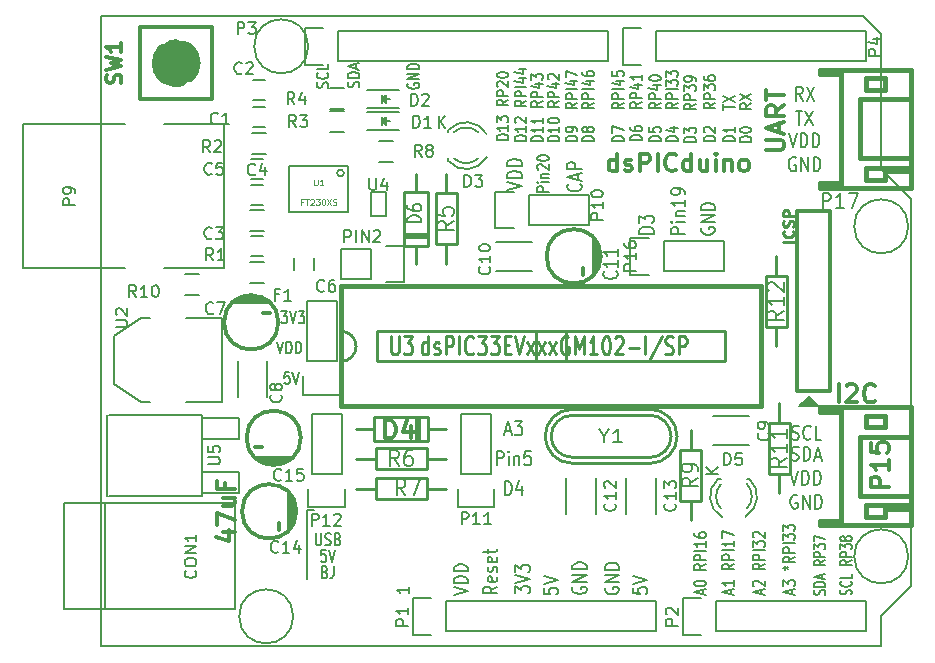
<source format=gto>
G04 #@! TF.FileFunction,Legend,Top*
%FSLAX46Y46*%
G04 Gerber Fmt 4.6, Leading zero omitted, Abs format (unit mm)*
G04 Created by KiCad (PCBNEW 4.0.2+dfsg1-stable) date Sa 11 Feb 2017 02:51:41 CET*
%MOMM*%
G01*
G04 APERTURE LIST*
%ADD10C,0.100000*%
%ADD11C,0.300000*%
%ADD12C,0.150000*%
%ADD13C,0.175000*%
%ADD14C,0.200000*%
%ADD15C,0.304800*%
%ADD16C,0.381000*%
%ADD17C,0.254000*%
%ADD18C,0.127000*%
%ADD19C,2.540000*%
%ADD20C,0.222250*%
%ADD21C,0.152400*%
%ADD22C,0.285750*%
%ADD23C,0.287020*%
%ADD24C,0.203200*%
%ADD25C,0.099060*%
%ADD26C,0.317500*%
G04 APERTURE END LIST*
D10*
D11*
X43680714Y40215429D02*
X43680714Y41715429D01*
X43680714Y40286857D02*
X43537857Y40215429D01*
X43252143Y40215429D01*
X43109285Y40286857D01*
X43037857Y40358286D01*
X42966428Y40501143D01*
X42966428Y40929714D01*
X43037857Y41072571D01*
X43109285Y41144000D01*
X43252143Y41215429D01*
X43537857Y41215429D01*
X43680714Y41144000D01*
X44323571Y40286857D02*
X44466428Y40215429D01*
X44752143Y40215429D01*
X44895000Y40286857D01*
X44966428Y40429714D01*
X44966428Y40501143D01*
X44895000Y40644000D01*
X44752143Y40715429D01*
X44537857Y40715429D01*
X44395000Y40786857D01*
X44323571Y40929714D01*
X44323571Y41001143D01*
X44395000Y41144000D01*
X44537857Y41215429D01*
X44752143Y41215429D01*
X44895000Y41144000D01*
X45609286Y40215429D02*
X45609286Y41715429D01*
X46180714Y41715429D01*
X46323572Y41644000D01*
X46395000Y41572571D01*
X46466429Y41429714D01*
X46466429Y41215429D01*
X46395000Y41072571D01*
X46323572Y41001143D01*
X46180714Y40929714D01*
X45609286Y40929714D01*
X47109286Y40215429D02*
X47109286Y41715429D01*
X48680715Y40358286D02*
X48609286Y40286857D01*
X48395000Y40215429D01*
X48252143Y40215429D01*
X48037858Y40286857D01*
X47895000Y40429714D01*
X47823572Y40572571D01*
X47752143Y40858286D01*
X47752143Y41072571D01*
X47823572Y41358286D01*
X47895000Y41501143D01*
X48037858Y41644000D01*
X48252143Y41715429D01*
X48395000Y41715429D01*
X48609286Y41644000D01*
X48680715Y41572571D01*
X49966429Y40215429D02*
X49966429Y41715429D01*
X49966429Y40286857D02*
X49823572Y40215429D01*
X49537858Y40215429D01*
X49395000Y40286857D01*
X49323572Y40358286D01*
X49252143Y40501143D01*
X49252143Y40929714D01*
X49323572Y41072571D01*
X49395000Y41144000D01*
X49537858Y41215429D01*
X49823572Y41215429D01*
X49966429Y41144000D01*
X51323572Y41215429D02*
X51323572Y40215429D01*
X50680715Y41215429D02*
X50680715Y40429714D01*
X50752143Y40286857D01*
X50895001Y40215429D01*
X51109286Y40215429D01*
X51252143Y40286857D01*
X51323572Y40358286D01*
X52037858Y40215429D02*
X52037858Y41215429D01*
X52037858Y41715429D02*
X51966429Y41644000D01*
X52037858Y41572571D01*
X52109286Y41644000D01*
X52037858Y41715429D01*
X52037858Y41572571D01*
X52752144Y41215429D02*
X52752144Y40215429D01*
X52752144Y41072571D02*
X52823572Y41144000D01*
X52966430Y41215429D01*
X53180715Y41215429D01*
X53323572Y41144000D01*
X53395001Y41001143D01*
X53395001Y40215429D01*
X54323573Y40215429D02*
X54180715Y40286857D01*
X54109287Y40358286D01*
X54037858Y40501143D01*
X54037858Y40929714D01*
X54109287Y41072571D01*
X54180715Y41144000D01*
X54323573Y41215429D01*
X54537858Y41215429D01*
X54680715Y41144000D01*
X54752144Y41072571D01*
X54823573Y40929714D01*
X54823573Y40501143D01*
X54752144Y40358286D01*
X54680715Y40286857D01*
X54537858Y40215429D01*
X54323573Y40215429D01*
D12*
X17399000Y11557000D02*
X18034000Y11557000D01*
X17399000Y5715000D02*
X17399000Y11557000D01*
D13*
X18929381Y6294429D02*
X19043667Y6246810D01*
X19081762Y6199190D01*
X19119857Y6103952D01*
X19119857Y5961095D01*
X19081762Y5865857D01*
X19043667Y5818238D01*
X18967476Y5770619D01*
X18662714Y5770619D01*
X18662714Y6770619D01*
X18929381Y6770619D01*
X19005571Y6723000D01*
X19043667Y6675381D01*
X19081762Y6580143D01*
X19081762Y6484905D01*
X19043667Y6389667D01*
X19005571Y6342048D01*
X18929381Y6294429D01*
X18662714Y6294429D01*
X19691286Y6770619D02*
X19691286Y6056333D01*
X19653190Y5913476D01*
X19577000Y5818238D01*
X19462714Y5770619D01*
X19386524Y5770619D01*
X18167476Y9564619D02*
X18167476Y8755095D01*
X18205571Y8659857D01*
X18243667Y8612238D01*
X18319857Y8564619D01*
X18472238Y8564619D01*
X18548429Y8612238D01*
X18586524Y8659857D01*
X18624619Y8755095D01*
X18624619Y9564619D01*
X18967476Y8612238D02*
X19081762Y8564619D01*
X19272238Y8564619D01*
X19348428Y8612238D01*
X19386524Y8659857D01*
X19424619Y8755095D01*
X19424619Y8850333D01*
X19386524Y8945571D01*
X19348428Y8993190D01*
X19272238Y9040810D01*
X19119857Y9088429D01*
X19043666Y9136048D01*
X19005571Y9183667D01*
X18967476Y9278905D01*
X18967476Y9374143D01*
X19005571Y9469381D01*
X19043666Y9517000D01*
X19119857Y9564619D01*
X19310333Y9564619D01*
X19424619Y9517000D01*
X20034143Y9088429D02*
X20148429Y9040810D01*
X20186524Y8993190D01*
X20224619Y8897952D01*
X20224619Y8755095D01*
X20186524Y8659857D01*
X20148429Y8612238D01*
X20072238Y8564619D01*
X19767476Y8564619D01*
X19767476Y9564619D01*
X20034143Y9564619D01*
X20110333Y9517000D01*
X20148429Y9469381D01*
X20186524Y9374143D01*
X20186524Y9278905D01*
X20148429Y9183667D01*
X20110333Y9136048D01*
X20034143Y9088429D01*
X19767476Y9088429D01*
X19024620Y8167619D02*
X18643667Y8167619D01*
X18605572Y7691429D01*
X18643667Y7739048D01*
X18719858Y7786667D01*
X18910334Y7786667D01*
X18986524Y7739048D01*
X19024620Y7691429D01*
X19062715Y7596190D01*
X19062715Y7358095D01*
X19024620Y7262857D01*
X18986524Y7215238D01*
X18910334Y7167619D01*
X18719858Y7167619D01*
X18643667Y7215238D01*
X18605572Y7262857D01*
X19291286Y8167619D02*
X19557953Y7167619D01*
X19824620Y8167619D01*
X15265524Y28360619D02*
X15760762Y28360619D01*
X15494095Y27979667D01*
X15608381Y27979667D01*
X15684571Y27932048D01*
X15722667Y27884429D01*
X15760762Y27789190D01*
X15760762Y27551095D01*
X15722667Y27455857D01*
X15684571Y27408238D01*
X15608381Y27360619D01*
X15379809Y27360619D01*
X15303619Y27408238D01*
X15265524Y27455857D01*
X15989333Y28360619D02*
X16256000Y27360619D01*
X16522667Y28360619D01*
X16713143Y28360619D02*
X17208381Y28360619D01*
X16941714Y27979667D01*
X17056000Y27979667D01*
X17132190Y27932048D01*
X17170286Y27884429D01*
X17208381Y27789190D01*
X17208381Y27551095D01*
X17170286Y27455857D01*
X17132190Y27408238D01*
X17056000Y27360619D01*
X16827428Y27360619D01*
X16751238Y27408238D01*
X16713143Y27455857D01*
X15925820Y23229819D02*
X15544867Y23229819D01*
X15506772Y22753629D01*
X15544867Y22801248D01*
X15621058Y22848867D01*
X15811534Y22848867D01*
X15887724Y22801248D01*
X15925820Y22753629D01*
X15963915Y22658390D01*
X15963915Y22420295D01*
X15925820Y22325057D01*
X15887724Y22277438D01*
X15811534Y22229819D01*
X15621058Y22229819D01*
X15544867Y22277438D01*
X15506772Y22325057D01*
X16192486Y23229819D02*
X16459153Y22229819D01*
X16725820Y23229819D01*
X14884533Y25795219D02*
X15151200Y24795219D01*
X15417867Y25795219D01*
X15684533Y24795219D02*
X15684533Y25795219D01*
X15875009Y25795219D01*
X15989295Y25747600D01*
X16065486Y25652362D01*
X16103581Y25557124D01*
X16141676Y25366648D01*
X16141676Y25223790D01*
X16103581Y25033314D01*
X16065486Y24938076D01*
X15989295Y24842838D01*
X15875009Y24795219D01*
X15684533Y24795219D01*
X16484533Y24795219D02*
X16484533Y25795219D01*
X16675009Y25795219D01*
X16789295Y25747600D01*
X16865486Y25652362D01*
X16903581Y25557124D01*
X16941676Y25366648D01*
X16941676Y25223790D01*
X16903581Y25033314D01*
X16865486Y24938076D01*
X16789295Y24842838D01*
X16675009Y24795219D01*
X16484533Y24795219D01*
D14*
X25979500Y47650477D02*
X25931881Y47574286D01*
X25931881Y47460001D01*
X25979500Y47345715D01*
X26074738Y47269524D01*
X26169976Y47231429D01*
X26360452Y47193334D01*
X26503310Y47193334D01*
X26693786Y47231429D01*
X26789024Y47269524D01*
X26884262Y47345715D01*
X26931881Y47460001D01*
X26931881Y47536191D01*
X26884262Y47650477D01*
X26836643Y47688572D01*
X26503310Y47688572D01*
X26503310Y47536191D01*
X26931881Y48031429D02*
X25931881Y48031429D01*
X26931881Y48488572D01*
X25931881Y48488572D01*
X26931881Y48869524D02*
X25931881Y48869524D01*
X25931881Y49060000D01*
X25979500Y49174286D01*
X26074738Y49250477D01*
X26169976Y49288572D01*
X26360452Y49326667D01*
X26503310Y49326667D01*
X26693786Y49288572D01*
X26789024Y49250477D01*
X26884262Y49174286D01*
X26931881Y49060000D01*
X26931881Y48869524D01*
X34488381Y42881904D02*
X33488381Y42881904D01*
X33488381Y43072380D01*
X33536000Y43186666D01*
X33631238Y43262857D01*
X33726476Y43300952D01*
X33916952Y43339047D01*
X34059810Y43339047D01*
X34250286Y43300952D01*
X34345524Y43262857D01*
X34440762Y43186666D01*
X34488381Y43072380D01*
X34488381Y42881904D01*
X34488381Y44100952D02*
X34488381Y43643809D01*
X34488381Y43872380D02*
X33488381Y43872380D01*
X33631238Y43796190D01*
X33726476Y43719999D01*
X33774095Y43643809D01*
X33488381Y44367619D02*
X33488381Y44862857D01*
X33869333Y44596190D01*
X33869333Y44710476D01*
X33916952Y44786666D01*
X33964571Y44824762D01*
X34059810Y44862857D01*
X34297905Y44862857D01*
X34393143Y44824762D01*
X34440762Y44786666D01*
X34488381Y44710476D01*
X34488381Y44481904D01*
X34440762Y44405714D01*
X34393143Y44367619D01*
X34488381Y46272381D02*
X34012190Y46005714D01*
X34488381Y45815238D02*
X33488381Y45815238D01*
X33488381Y46120000D01*
X33536000Y46196191D01*
X33583619Y46234286D01*
X33678857Y46272381D01*
X33821714Y46272381D01*
X33916952Y46234286D01*
X33964571Y46196191D01*
X34012190Y46120000D01*
X34012190Y45815238D01*
X34488381Y46615238D02*
X33488381Y46615238D01*
X33488381Y46920000D01*
X33536000Y46996191D01*
X33583619Y47034286D01*
X33678857Y47072381D01*
X33821714Y47072381D01*
X33916952Y47034286D01*
X33964571Y46996191D01*
X34012190Y46920000D01*
X34012190Y46615238D01*
X33583619Y47377143D02*
X33536000Y47415238D01*
X33488381Y47491429D01*
X33488381Y47681905D01*
X33536000Y47758095D01*
X33583619Y47796191D01*
X33678857Y47834286D01*
X33774095Y47834286D01*
X33916952Y47796191D01*
X34488381Y47339048D01*
X34488381Y47834286D01*
X33488381Y48329524D02*
X33488381Y48405715D01*
X33536000Y48481905D01*
X33583619Y48520000D01*
X33678857Y48558096D01*
X33869333Y48596191D01*
X34107429Y48596191D01*
X34297905Y48558096D01*
X34393143Y48520000D01*
X34440762Y48481905D01*
X34488381Y48405715D01*
X34488381Y48329524D01*
X34440762Y48253334D01*
X34393143Y48215238D01*
X34297905Y48177143D01*
X34107429Y48139048D01*
X33869333Y48139048D01*
X33678857Y48177143D01*
X33583619Y48215238D01*
X33536000Y48253334D01*
X33488381Y48329524D01*
D13*
X36012381Y42818428D02*
X35012381Y42818428D01*
X35012381Y43008904D01*
X35060000Y43123190D01*
X35155238Y43199381D01*
X35250476Y43237476D01*
X35440952Y43275571D01*
X35583810Y43275571D01*
X35774286Y43237476D01*
X35869524Y43199381D01*
X35964762Y43123190D01*
X36012381Y43008904D01*
X36012381Y42818428D01*
X36012381Y44037476D02*
X36012381Y43580333D01*
X36012381Y43808904D02*
X35012381Y43808904D01*
X35155238Y43732714D01*
X35250476Y43656523D01*
X35298095Y43580333D01*
X35107619Y44342238D02*
X35060000Y44380333D01*
X35012381Y44456524D01*
X35012381Y44647000D01*
X35060000Y44723190D01*
X35107619Y44761286D01*
X35202857Y44799381D01*
X35298095Y44799381D01*
X35440952Y44761286D01*
X36012381Y44304143D01*
X36012381Y44799381D01*
X36012381Y46208905D02*
X35536190Y45942238D01*
X36012381Y45751762D02*
X35012381Y45751762D01*
X35012381Y46056524D01*
X35060000Y46132715D01*
X35107619Y46170810D01*
X35202857Y46208905D01*
X35345714Y46208905D01*
X35440952Y46170810D01*
X35488571Y46132715D01*
X35536190Y46056524D01*
X35536190Y45751762D01*
X36012381Y46551762D02*
X35012381Y46551762D01*
X35012381Y46856524D01*
X35060000Y46932715D01*
X35107619Y46970810D01*
X35202857Y47008905D01*
X35345714Y47008905D01*
X35440952Y46970810D01*
X35488571Y46932715D01*
X35536190Y46856524D01*
X35536190Y46551762D01*
X36012381Y47351762D02*
X35012381Y47351762D01*
X35345714Y48075571D02*
X36012381Y48075571D01*
X34964762Y47885095D02*
X35679048Y47694619D01*
X35679048Y48189857D01*
X35345714Y48837476D02*
X36012381Y48837476D01*
X34964762Y48647000D02*
X35679048Y48456524D01*
X35679048Y48951762D01*
X37409381Y42754904D02*
X36409381Y42754904D01*
X36409381Y42945380D01*
X36457000Y43059666D01*
X36552238Y43135857D01*
X36647476Y43173952D01*
X36837952Y43212047D01*
X36980810Y43212047D01*
X37171286Y43173952D01*
X37266524Y43135857D01*
X37361762Y43059666D01*
X37409381Y42945380D01*
X37409381Y42754904D01*
X37409381Y43973952D02*
X37409381Y43516809D01*
X37409381Y43745380D02*
X36409381Y43745380D01*
X36552238Y43669190D01*
X36647476Y43592999D01*
X36695095Y43516809D01*
X37409381Y44735857D02*
X37409381Y44278714D01*
X37409381Y44507285D02*
X36409381Y44507285D01*
X36552238Y44431095D01*
X36647476Y44354904D01*
X36695095Y44278714D01*
X37409381Y46145381D02*
X36933190Y45878714D01*
X37409381Y45688238D02*
X36409381Y45688238D01*
X36409381Y45993000D01*
X36457000Y46069191D01*
X36504619Y46107286D01*
X36599857Y46145381D01*
X36742714Y46145381D01*
X36837952Y46107286D01*
X36885571Y46069191D01*
X36933190Y45993000D01*
X36933190Y45688238D01*
X37409381Y46488238D02*
X36409381Y46488238D01*
X36409381Y46793000D01*
X36457000Y46869191D01*
X36504619Y46907286D01*
X36599857Y46945381D01*
X36742714Y46945381D01*
X36837952Y46907286D01*
X36885571Y46869191D01*
X36933190Y46793000D01*
X36933190Y46488238D01*
X36742714Y47631095D02*
X37409381Y47631095D01*
X36361762Y47440619D02*
X37076048Y47250143D01*
X37076048Y47745381D01*
X36409381Y47973953D02*
X36409381Y48469191D01*
X36790333Y48202524D01*
X36790333Y48316810D01*
X36837952Y48393000D01*
X36885571Y48431096D01*
X36980810Y48469191D01*
X37218905Y48469191D01*
X37314143Y48431096D01*
X37361762Y48393000D01*
X37409381Y48316810D01*
X37409381Y48088238D01*
X37361762Y48012048D01*
X37314143Y47973953D01*
X38806381Y42754904D02*
X37806381Y42754904D01*
X37806381Y42945380D01*
X37854000Y43059666D01*
X37949238Y43135857D01*
X38044476Y43173952D01*
X38234952Y43212047D01*
X38377810Y43212047D01*
X38568286Y43173952D01*
X38663524Y43135857D01*
X38758762Y43059666D01*
X38806381Y42945380D01*
X38806381Y42754904D01*
X38806381Y43973952D02*
X38806381Y43516809D01*
X38806381Y43745380D02*
X37806381Y43745380D01*
X37949238Y43669190D01*
X38044476Y43592999D01*
X38092095Y43516809D01*
X37806381Y44469190D02*
X37806381Y44545381D01*
X37854000Y44621571D01*
X37901619Y44659666D01*
X37996857Y44697762D01*
X38187333Y44735857D01*
X38425429Y44735857D01*
X38615905Y44697762D01*
X38711143Y44659666D01*
X38758762Y44621571D01*
X38806381Y44545381D01*
X38806381Y44469190D01*
X38758762Y44393000D01*
X38711143Y44354904D01*
X38615905Y44316809D01*
X38425429Y44278714D01*
X38187333Y44278714D01*
X37996857Y44316809D01*
X37901619Y44354904D01*
X37854000Y44393000D01*
X37806381Y44469190D01*
X38806381Y46145381D02*
X38330190Y45878714D01*
X38806381Y45688238D02*
X37806381Y45688238D01*
X37806381Y45993000D01*
X37854000Y46069191D01*
X37901619Y46107286D01*
X37996857Y46145381D01*
X38139714Y46145381D01*
X38234952Y46107286D01*
X38282571Y46069191D01*
X38330190Y45993000D01*
X38330190Y45688238D01*
X38806381Y46488238D02*
X37806381Y46488238D01*
X37806381Y46793000D01*
X37854000Y46869191D01*
X37901619Y46907286D01*
X37996857Y46945381D01*
X38139714Y46945381D01*
X38234952Y46907286D01*
X38282571Y46869191D01*
X38330190Y46793000D01*
X38330190Y46488238D01*
X38139714Y47631095D02*
X38806381Y47631095D01*
X37758762Y47440619D02*
X38473048Y47250143D01*
X38473048Y47745381D01*
X37901619Y48012048D02*
X37854000Y48050143D01*
X37806381Y48126334D01*
X37806381Y48316810D01*
X37854000Y48393000D01*
X37901619Y48431096D01*
X37996857Y48469191D01*
X38092095Y48469191D01*
X38234952Y48431096D01*
X38806381Y47973953D01*
X38806381Y48469191D01*
X40330381Y42767619D02*
X39330381Y42767619D01*
X39330381Y42958095D01*
X39378000Y43072381D01*
X39473238Y43148572D01*
X39568476Y43186667D01*
X39758952Y43224762D01*
X39901810Y43224762D01*
X40092286Y43186667D01*
X40187524Y43148572D01*
X40282762Y43072381D01*
X40330381Y42958095D01*
X40330381Y42767619D01*
X40330381Y43605714D02*
X40330381Y43758095D01*
X40282762Y43834286D01*
X40235143Y43872381D01*
X40092286Y43948572D01*
X39901810Y43986667D01*
X39520857Y43986667D01*
X39425619Y43948572D01*
X39378000Y43910476D01*
X39330381Y43834286D01*
X39330381Y43681905D01*
X39378000Y43605714D01*
X39425619Y43567619D01*
X39520857Y43529524D01*
X39758952Y43529524D01*
X39854190Y43567619D01*
X39901810Y43605714D01*
X39949429Y43681905D01*
X39949429Y43834286D01*
X39901810Y43910476D01*
X39854190Y43948572D01*
X39758952Y43986667D01*
X40330381Y46005715D02*
X39854190Y45739048D01*
X40330381Y45548572D02*
X39330381Y45548572D01*
X39330381Y45853334D01*
X39378000Y45929525D01*
X39425619Y45967620D01*
X39520857Y46005715D01*
X39663714Y46005715D01*
X39758952Y45967620D01*
X39806571Y45929525D01*
X39854190Y45853334D01*
X39854190Y45548572D01*
X40330381Y46348572D02*
X39330381Y46348572D01*
X39330381Y46653334D01*
X39378000Y46729525D01*
X39425619Y46767620D01*
X39520857Y46805715D01*
X39663714Y46805715D01*
X39758952Y46767620D01*
X39806571Y46729525D01*
X39854190Y46653334D01*
X39854190Y46348572D01*
X40330381Y47148572D02*
X39330381Y47148572D01*
X39663714Y47872381D02*
X40330381Y47872381D01*
X39282762Y47681905D02*
X39997048Y47491429D01*
X39997048Y47986667D01*
X39330381Y48215239D02*
X39330381Y48748572D01*
X40330381Y48405715D01*
X41727381Y42767619D02*
X40727381Y42767619D01*
X40727381Y42958095D01*
X40775000Y43072381D01*
X40870238Y43148572D01*
X40965476Y43186667D01*
X41155952Y43224762D01*
X41298810Y43224762D01*
X41489286Y43186667D01*
X41584524Y43148572D01*
X41679762Y43072381D01*
X41727381Y42958095D01*
X41727381Y42767619D01*
X41155952Y43681905D02*
X41108333Y43605714D01*
X41060714Y43567619D01*
X40965476Y43529524D01*
X40917857Y43529524D01*
X40822619Y43567619D01*
X40775000Y43605714D01*
X40727381Y43681905D01*
X40727381Y43834286D01*
X40775000Y43910476D01*
X40822619Y43948572D01*
X40917857Y43986667D01*
X40965476Y43986667D01*
X41060714Y43948572D01*
X41108333Y43910476D01*
X41155952Y43834286D01*
X41155952Y43681905D01*
X41203571Y43605714D01*
X41251190Y43567619D01*
X41346429Y43529524D01*
X41536905Y43529524D01*
X41632143Y43567619D01*
X41679762Y43605714D01*
X41727381Y43681905D01*
X41727381Y43834286D01*
X41679762Y43910476D01*
X41632143Y43948572D01*
X41536905Y43986667D01*
X41346429Y43986667D01*
X41251190Y43948572D01*
X41203571Y43910476D01*
X41155952Y43834286D01*
X41727381Y46005715D02*
X41251190Y45739048D01*
X41727381Y45548572D02*
X40727381Y45548572D01*
X40727381Y45853334D01*
X40775000Y45929525D01*
X40822619Y45967620D01*
X40917857Y46005715D01*
X41060714Y46005715D01*
X41155952Y45967620D01*
X41203571Y45929525D01*
X41251190Y45853334D01*
X41251190Y45548572D01*
X41727381Y46348572D02*
X40727381Y46348572D01*
X40727381Y46653334D01*
X40775000Y46729525D01*
X40822619Y46767620D01*
X40917857Y46805715D01*
X41060714Y46805715D01*
X41155952Y46767620D01*
X41203571Y46729525D01*
X41251190Y46653334D01*
X41251190Y46348572D01*
X41727381Y47148572D02*
X40727381Y47148572D01*
X41060714Y47872381D02*
X41727381Y47872381D01*
X40679762Y47681905D02*
X41394048Y47491429D01*
X41394048Y47986667D01*
X40727381Y48634286D02*
X40727381Y48481905D01*
X40775000Y48405715D01*
X40822619Y48367620D01*
X40965476Y48291429D01*
X41155952Y48253334D01*
X41536905Y48253334D01*
X41632143Y48291429D01*
X41679762Y48329524D01*
X41727381Y48405715D01*
X41727381Y48558096D01*
X41679762Y48634286D01*
X41632143Y48672382D01*
X41536905Y48710477D01*
X41298810Y48710477D01*
X41203571Y48672382D01*
X41155952Y48634286D01*
X41108333Y48558096D01*
X41108333Y48405715D01*
X41155952Y48329524D01*
X41203571Y48291429D01*
X41298810Y48253334D01*
X44267381Y42767619D02*
X43267381Y42767619D01*
X43267381Y42958095D01*
X43315000Y43072381D01*
X43410238Y43148572D01*
X43505476Y43186667D01*
X43695952Y43224762D01*
X43838810Y43224762D01*
X44029286Y43186667D01*
X44124524Y43148572D01*
X44219762Y43072381D01*
X44267381Y42958095D01*
X44267381Y42767619D01*
X43267381Y43491429D02*
X43267381Y44024762D01*
X44267381Y43681905D01*
X44267381Y46005715D02*
X43791190Y45739048D01*
X44267381Y45548572D02*
X43267381Y45548572D01*
X43267381Y45853334D01*
X43315000Y45929525D01*
X43362619Y45967620D01*
X43457857Y46005715D01*
X43600714Y46005715D01*
X43695952Y45967620D01*
X43743571Y45929525D01*
X43791190Y45853334D01*
X43791190Y45548572D01*
X44267381Y46348572D02*
X43267381Y46348572D01*
X43267381Y46653334D01*
X43315000Y46729525D01*
X43362619Y46767620D01*
X43457857Y46805715D01*
X43600714Y46805715D01*
X43695952Y46767620D01*
X43743571Y46729525D01*
X43791190Y46653334D01*
X43791190Y46348572D01*
X44267381Y47148572D02*
X43267381Y47148572D01*
X43600714Y47872381D02*
X44267381Y47872381D01*
X43219762Y47681905D02*
X43934048Y47491429D01*
X43934048Y47986667D01*
X43267381Y48672382D02*
X43267381Y48291429D01*
X43743571Y48253334D01*
X43695952Y48291429D01*
X43648333Y48367620D01*
X43648333Y48558096D01*
X43695952Y48634286D01*
X43743571Y48672382D01*
X43838810Y48710477D01*
X44076905Y48710477D01*
X44172143Y48672382D01*
X44219762Y48634286D01*
X44267381Y48558096D01*
X44267381Y48367620D01*
X44219762Y48291429D01*
X44172143Y48253334D01*
X45791381Y42831095D02*
X44791381Y42831095D01*
X44791381Y43021571D01*
X44839000Y43135857D01*
X44934238Y43212048D01*
X45029476Y43250143D01*
X45219952Y43288238D01*
X45362810Y43288238D01*
X45553286Y43250143D01*
X45648524Y43212048D01*
X45743762Y43135857D01*
X45791381Y43021571D01*
X45791381Y42831095D01*
X44791381Y43973952D02*
X44791381Y43821571D01*
X44839000Y43745381D01*
X44886619Y43707286D01*
X45029476Y43631095D01*
X45219952Y43593000D01*
X45600905Y43593000D01*
X45696143Y43631095D01*
X45743762Y43669190D01*
X45791381Y43745381D01*
X45791381Y43897762D01*
X45743762Y43973952D01*
X45696143Y44012048D01*
X45600905Y44050143D01*
X45362810Y44050143D01*
X45267571Y44012048D01*
X45219952Y43973952D01*
X45172333Y43897762D01*
X45172333Y43745381D01*
X45219952Y43669190D01*
X45267571Y43631095D01*
X45362810Y43593000D01*
X45791381Y46069191D02*
X45315190Y45802524D01*
X45791381Y45612048D02*
X44791381Y45612048D01*
X44791381Y45916810D01*
X44839000Y45993001D01*
X44886619Y46031096D01*
X44981857Y46069191D01*
X45124714Y46069191D01*
X45219952Y46031096D01*
X45267571Y45993001D01*
X45315190Y45916810D01*
X45315190Y45612048D01*
X45791381Y46412048D02*
X44791381Y46412048D01*
X44791381Y46716810D01*
X44839000Y46793001D01*
X44886619Y46831096D01*
X44981857Y46869191D01*
X45124714Y46869191D01*
X45219952Y46831096D01*
X45267571Y46793001D01*
X45315190Y46716810D01*
X45315190Y46412048D01*
X45124714Y47554905D02*
X45791381Y47554905D01*
X44743762Y47364429D02*
X45458048Y47173953D01*
X45458048Y47669191D01*
X45791381Y48393001D02*
X45791381Y47935858D01*
X45791381Y48164429D02*
X44791381Y48164429D01*
X44934238Y48088239D01*
X45029476Y48012048D01*
X45077095Y47935858D01*
X47378881Y42767595D02*
X46378881Y42767595D01*
X46378881Y42958071D01*
X46426500Y43072357D01*
X46521738Y43148548D01*
X46616976Y43186643D01*
X46807452Y43224738D01*
X46950310Y43224738D01*
X47140786Y43186643D01*
X47236024Y43148548D01*
X47331262Y43072357D01*
X47378881Y42958071D01*
X47378881Y42767595D01*
X46378881Y43948548D02*
X46378881Y43567595D01*
X46855071Y43529500D01*
X46807452Y43567595D01*
X46759833Y43643786D01*
X46759833Y43834262D01*
X46807452Y43910452D01*
X46855071Y43948548D01*
X46950310Y43986643D01*
X47188405Y43986643D01*
X47283643Y43948548D01*
X47331262Y43910452D01*
X47378881Y43834262D01*
X47378881Y43643786D01*
X47331262Y43567595D01*
X47283643Y43529500D01*
X47378881Y46005691D02*
X46902690Y45739024D01*
X47378881Y45548548D02*
X46378881Y45548548D01*
X46378881Y45853310D01*
X46426500Y45929501D01*
X46474119Y45967596D01*
X46569357Y46005691D01*
X46712214Y46005691D01*
X46807452Y45967596D01*
X46855071Y45929501D01*
X46902690Y45853310D01*
X46902690Y45548548D01*
X47378881Y46348548D02*
X46378881Y46348548D01*
X46378881Y46653310D01*
X46426500Y46729501D01*
X46474119Y46767596D01*
X46569357Y46805691D01*
X46712214Y46805691D01*
X46807452Y46767596D01*
X46855071Y46729501D01*
X46902690Y46653310D01*
X46902690Y46348548D01*
X46712214Y47491405D02*
X47378881Y47491405D01*
X46331262Y47300929D02*
X47045548Y47110453D01*
X47045548Y47605691D01*
X46378881Y48062834D02*
X46378881Y48139025D01*
X46426500Y48215215D01*
X46474119Y48253310D01*
X46569357Y48291406D01*
X46759833Y48329501D01*
X46997929Y48329501D01*
X47188405Y48291406D01*
X47283643Y48253310D01*
X47331262Y48215215D01*
X47378881Y48139025D01*
X47378881Y48062834D01*
X47331262Y47986644D01*
X47283643Y47948548D01*
X47188405Y47910453D01*
X46997929Y47872358D01*
X46759833Y47872358D01*
X46569357Y47910453D01*
X46474119Y47948548D01*
X46426500Y47986644D01*
X46378881Y48062834D01*
X48839381Y42767619D02*
X47839381Y42767619D01*
X47839381Y42958095D01*
X47887000Y43072381D01*
X47982238Y43148572D01*
X48077476Y43186667D01*
X48267952Y43224762D01*
X48410810Y43224762D01*
X48601286Y43186667D01*
X48696524Y43148572D01*
X48791762Y43072381D01*
X48839381Y42958095D01*
X48839381Y42767619D01*
X48172714Y43910476D02*
X48839381Y43910476D01*
X47791762Y43720000D02*
X48506048Y43529524D01*
X48506048Y44024762D01*
X48839381Y46005715D02*
X48363190Y45739048D01*
X48839381Y45548572D02*
X47839381Y45548572D01*
X47839381Y45853334D01*
X47887000Y45929525D01*
X47934619Y45967620D01*
X48029857Y46005715D01*
X48172714Y46005715D01*
X48267952Y45967620D01*
X48315571Y45929525D01*
X48363190Y45853334D01*
X48363190Y45548572D01*
X48839381Y46348572D02*
X47839381Y46348572D01*
X47839381Y46653334D01*
X47887000Y46729525D01*
X47934619Y46767620D01*
X48029857Y46805715D01*
X48172714Y46805715D01*
X48267952Y46767620D01*
X48315571Y46729525D01*
X48363190Y46653334D01*
X48363190Y46348572D01*
X48839381Y47148572D02*
X47839381Y47148572D01*
X47839381Y47453334D02*
X47839381Y47948572D01*
X48220333Y47681905D01*
X48220333Y47796191D01*
X48267952Y47872381D01*
X48315571Y47910477D01*
X48410810Y47948572D01*
X48648905Y47948572D01*
X48744143Y47910477D01*
X48791762Y47872381D01*
X48839381Y47796191D01*
X48839381Y47567619D01*
X48791762Y47491429D01*
X48744143Y47453334D01*
X47839381Y48215239D02*
X47839381Y48710477D01*
X48220333Y48443810D01*
X48220333Y48558096D01*
X48267952Y48634286D01*
X48315571Y48672382D01*
X48410810Y48710477D01*
X48648905Y48710477D01*
X48744143Y48672382D01*
X48791762Y48634286D01*
X48839381Y48558096D01*
X48839381Y48329524D01*
X48791762Y48253334D01*
X48744143Y48215239D01*
X50363381Y42704095D02*
X49363381Y42704095D01*
X49363381Y42894571D01*
X49411000Y43008857D01*
X49506238Y43085048D01*
X49601476Y43123143D01*
X49791952Y43161238D01*
X49934810Y43161238D01*
X50125286Y43123143D01*
X50220524Y43085048D01*
X50315762Y43008857D01*
X50363381Y42894571D01*
X50363381Y42704095D01*
X49363381Y43427905D02*
X49363381Y43923143D01*
X49744333Y43656476D01*
X49744333Y43770762D01*
X49791952Y43846952D01*
X49839571Y43885048D01*
X49934810Y43923143D01*
X50172905Y43923143D01*
X50268143Y43885048D01*
X50315762Y43846952D01*
X50363381Y43770762D01*
X50363381Y43542190D01*
X50315762Y43466000D01*
X50268143Y43427905D01*
X50363381Y45942191D02*
X49887190Y45675524D01*
X50363381Y45485048D02*
X49363381Y45485048D01*
X49363381Y45789810D01*
X49411000Y45866001D01*
X49458619Y45904096D01*
X49553857Y45942191D01*
X49696714Y45942191D01*
X49791952Y45904096D01*
X49839571Y45866001D01*
X49887190Y45789810D01*
X49887190Y45485048D01*
X50363381Y46285048D02*
X49363381Y46285048D01*
X49363381Y46589810D01*
X49411000Y46666001D01*
X49458619Y46704096D01*
X49553857Y46742191D01*
X49696714Y46742191D01*
X49791952Y46704096D01*
X49839571Y46666001D01*
X49887190Y46589810D01*
X49887190Y46285048D01*
X49363381Y47008858D02*
X49363381Y47504096D01*
X49744333Y47237429D01*
X49744333Y47351715D01*
X49791952Y47427905D01*
X49839571Y47466001D01*
X49934810Y47504096D01*
X50172905Y47504096D01*
X50268143Y47466001D01*
X50315762Y47427905D01*
X50363381Y47351715D01*
X50363381Y47123143D01*
X50315762Y47046953D01*
X50268143Y47008858D01*
X50363381Y47885048D02*
X50363381Y48037429D01*
X50315762Y48113620D01*
X50268143Y48151715D01*
X50125286Y48227906D01*
X49934810Y48266001D01*
X49553857Y48266001D01*
X49458619Y48227906D01*
X49411000Y48189810D01*
X49363381Y48113620D01*
X49363381Y47961239D01*
X49411000Y47885048D01*
X49458619Y47846953D01*
X49553857Y47808858D01*
X49791952Y47808858D01*
X49887190Y47846953D01*
X49934810Y47885048D01*
X49982429Y47961239D01*
X49982429Y48113620D01*
X49934810Y48189810D01*
X49887190Y48227906D01*
X49791952Y48266001D01*
X53665381Y42754785D02*
X52665381Y42754785D01*
X52665381Y42945261D01*
X52713000Y43059547D01*
X52808238Y43135738D01*
X52903476Y43173833D01*
X53093952Y43211928D01*
X53236810Y43211928D01*
X53427286Y43173833D01*
X53522524Y43135738D01*
X53617762Y43059547D01*
X53665381Y42945261D01*
X53665381Y42754785D01*
X53665381Y43973833D02*
X53665381Y43516690D01*
X53665381Y43745261D02*
X52665381Y43745261D01*
X52808238Y43669071D01*
X52903476Y43592880D01*
X52951095Y43516690D01*
X52665381Y45421452D02*
X52665381Y45878595D01*
X53665381Y45650024D02*
X52665381Y45650024D01*
X52665381Y46069072D02*
X53665381Y46602405D01*
X52665381Y46602405D02*
X53665381Y46069072D01*
X55062381Y42723047D02*
X54062381Y42723047D01*
X54062381Y42913523D01*
X54110000Y43027809D01*
X54205238Y43104000D01*
X54300476Y43142095D01*
X54490952Y43180190D01*
X54633810Y43180190D01*
X54824286Y43142095D01*
X54919524Y43104000D01*
X55014762Y43027809D01*
X55062381Y42913523D01*
X55062381Y42723047D01*
X54062381Y43675428D02*
X54062381Y43751619D01*
X54110000Y43827809D01*
X54157619Y43865904D01*
X54252857Y43904000D01*
X54443333Y43942095D01*
X54681429Y43942095D01*
X54871905Y43904000D01*
X54967143Y43865904D01*
X55014762Y43827809D01*
X55062381Y43751619D01*
X55062381Y43675428D01*
X55014762Y43599238D01*
X54967143Y43561142D01*
X54871905Y43523047D01*
X54681429Y43484952D01*
X54443333Y43484952D01*
X54252857Y43523047D01*
X54157619Y43561142D01*
X54110000Y43599238D01*
X54062381Y43675428D01*
X55062381Y45961143D02*
X54586190Y45694476D01*
X55062381Y45504000D02*
X54062381Y45504000D01*
X54062381Y45808762D01*
X54110000Y45884953D01*
X54157619Y45923048D01*
X54252857Y45961143D01*
X54395714Y45961143D01*
X54490952Y45923048D01*
X54538571Y45884953D01*
X54586190Y45808762D01*
X54586190Y45504000D01*
X54062381Y46227810D02*
X55062381Y46761143D01*
X54062381Y46761143D02*
X55062381Y46227810D01*
X63523762Y4391333D02*
X63571381Y4491333D01*
X63571381Y4658000D01*
X63523762Y4724667D01*
X63476143Y4758000D01*
X63380905Y4791333D01*
X63285667Y4791333D01*
X63190429Y4758000D01*
X63142810Y4724667D01*
X63095190Y4658000D01*
X63047571Y4524667D01*
X62999952Y4458000D01*
X62952333Y4424667D01*
X62857095Y4391333D01*
X62761857Y4391333D01*
X62666619Y4424667D01*
X62619000Y4458000D01*
X62571381Y4524667D01*
X62571381Y4691333D01*
X62619000Y4791333D01*
X63476143Y5491334D02*
X63523762Y5458000D01*
X63571381Y5358000D01*
X63571381Y5291334D01*
X63523762Y5191334D01*
X63428524Y5124667D01*
X63333286Y5091334D01*
X63142810Y5058000D01*
X62999952Y5058000D01*
X62809476Y5091334D01*
X62714238Y5124667D01*
X62619000Y5191334D01*
X62571381Y5291334D01*
X62571381Y5358000D01*
X62619000Y5458000D01*
X62666619Y5491334D01*
X63571381Y6124667D02*
X63571381Y5791334D01*
X62571381Y5791334D01*
X63571381Y7291334D02*
X63095190Y7058000D01*
X63571381Y6891334D02*
X62571381Y6891334D01*
X62571381Y7158000D01*
X62619000Y7224667D01*
X62666619Y7258000D01*
X62761857Y7291334D01*
X62904714Y7291334D01*
X62999952Y7258000D01*
X63047571Y7224667D01*
X63095190Y7158000D01*
X63095190Y6891334D01*
X63571381Y7591334D02*
X62571381Y7591334D01*
X62571381Y7858000D01*
X62619000Y7924667D01*
X62666619Y7958000D01*
X62761857Y7991334D01*
X62904714Y7991334D01*
X62999952Y7958000D01*
X63047571Y7924667D01*
X63095190Y7858000D01*
X63095190Y7591334D01*
X62571381Y8224667D02*
X62571381Y8658000D01*
X62952333Y8424667D01*
X62952333Y8524667D01*
X62999952Y8591334D01*
X63047571Y8624667D01*
X63142810Y8658000D01*
X63380905Y8658000D01*
X63476143Y8624667D01*
X63523762Y8591334D01*
X63571381Y8524667D01*
X63571381Y8324667D01*
X63523762Y8258000D01*
X63476143Y8224667D01*
X62999952Y9058001D02*
X62952333Y8991334D01*
X62904714Y8958001D01*
X62809476Y8924667D01*
X62761857Y8924667D01*
X62666619Y8958001D01*
X62619000Y8991334D01*
X62571381Y9058001D01*
X62571381Y9191334D01*
X62619000Y9258001D01*
X62666619Y9291334D01*
X62761857Y9324667D01*
X62809476Y9324667D01*
X62904714Y9291334D01*
X62952333Y9258001D01*
X62999952Y9191334D01*
X62999952Y9058001D01*
X63047571Y8991334D01*
X63095190Y8958001D01*
X63190429Y8924667D01*
X63380905Y8924667D01*
X63476143Y8958001D01*
X63523762Y8991334D01*
X63571381Y9058001D01*
X63571381Y9191334D01*
X63523762Y9258001D01*
X63476143Y9291334D01*
X63380905Y9324667D01*
X63190429Y9324667D01*
X63095190Y9291334D01*
X63047571Y9258001D01*
X62999952Y9191334D01*
X61275862Y4361966D02*
X61323481Y4461966D01*
X61323481Y4628633D01*
X61275862Y4695300D01*
X61228243Y4728633D01*
X61133005Y4761966D01*
X61037767Y4761966D01*
X60942529Y4728633D01*
X60894910Y4695300D01*
X60847290Y4628633D01*
X60799671Y4495300D01*
X60752052Y4428633D01*
X60704433Y4395300D01*
X60609195Y4361966D01*
X60513957Y4361966D01*
X60418719Y4395300D01*
X60371100Y4428633D01*
X60323481Y4495300D01*
X60323481Y4661966D01*
X60371100Y4761966D01*
X61323481Y5061967D02*
X60323481Y5061967D01*
X60323481Y5228633D01*
X60371100Y5328633D01*
X60466338Y5395300D01*
X60561576Y5428633D01*
X60752052Y5461967D01*
X60894910Y5461967D01*
X61085386Y5428633D01*
X61180624Y5395300D01*
X61275862Y5328633D01*
X61323481Y5228633D01*
X61323481Y5061967D01*
X61037767Y5728633D02*
X61037767Y6061967D01*
X61323481Y5661967D02*
X60323481Y5895300D01*
X61323481Y6128633D01*
X61323481Y7295300D02*
X60847290Y7061966D01*
X61323481Y6895300D02*
X60323481Y6895300D01*
X60323481Y7161966D01*
X60371100Y7228633D01*
X60418719Y7261966D01*
X60513957Y7295300D01*
X60656814Y7295300D01*
X60752052Y7261966D01*
X60799671Y7228633D01*
X60847290Y7161966D01*
X60847290Y6895300D01*
X61323481Y7595300D02*
X60323481Y7595300D01*
X60323481Y7861966D01*
X60371100Y7928633D01*
X60418719Y7961966D01*
X60513957Y7995300D01*
X60656814Y7995300D01*
X60752052Y7961966D01*
X60799671Y7928633D01*
X60847290Y7861966D01*
X60847290Y7595300D01*
X60323481Y8228633D02*
X60323481Y8661966D01*
X60704433Y8428633D01*
X60704433Y8528633D01*
X60752052Y8595300D01*
X60799671Y8628633D01*
X60894910Y8661966D01*
X61133005Y8661966D01*
X61228243Y8628633D01*
X61275862Y8595300D01*
X61323481Y8528633D01*
X61323481Y8328633D01*
X61275862Y8261966D01*
X61228243Y8228633D01*
X60323481Y8895300D02*
X60323481Y9361967D01*
X61323481Y9061967D01*
D14*
X58459667Y4432667D02*
X58459667Y4813619D01*
X58745381Y4356476D02*
X57745381Y4623143D01*
X58745381Y4889810D01*
X57745381Y5080286D02*
X57745381Y5575524D01*
X58126333Y5308857D01*
X58126333Y5423143D01*
X58173952Y5499333D01*
X58221571Y5537429D01*
X58316810Y5575524D01*
X58554905Y5575524D01*
X58650143Y5537429D01*
X58697762Y5499333D01*
X58745381Y5423143D01*
X58745381Y5194571D01*
X58697762Y5118381D01*
X58650143Y5080286D01*
X57745381Y6642191D02*
X57983476Y6642191D01*
X57888238Y6451715D02*
X57983476Y6642191D01*
X57888238Y6832667D01*
X58173952Y6527905D02*
X57983476Y6642191D01*
X58173952Y6756477D01*
X58745381Y7594572D02*
X58269190Y7327905D01*
X58745381Y7137429D02*
X57745381Y7137429D01*
X57745381Y7442191D01*
X57793000Y7518382D01*
X57840619Y7556477D01*
X57935857Y7594572D01*
X58078714Y7594572D01*
X58173952Y7556477D01*
X58221571Y7518382D01*
X58269190Y7442191D01*
X58269190Y7137429D01*
X58745381Y7937429D02*
X57745381Y7937429D01*
X57745381Y8242191D01*
X57793000Y8318382D01*
X57840619Y8356477D01*
X57935857Y8394572D01*
X58078714Y8394572D01*
X58173952Y8356477D01*
X58221571Y8318382D01*
X58269190Y8242191D01*
X58269190Y7937429D01*
X58745381Y8737429D02*
X57745381Y8737429D01*
X57745381Y9042191D02*
X57745381Y9537429D01*
X58126333Y9270762D01*
X58126333Y9385048D01*
X58173952Y9461238D01*
X58221571Y9499334D01*
X58316810Y9537429D01*
X58554905Y9537429D01*
X58650143Y9499334D01*
X58697762Y9461238D01*
X58745381Y9385048D01*
X58745381Y9156476D01*
X58697762Y9080286D01*
X58650143Y9042191D01*
X57745381Y9804096D02*
X57745381Y10299334D01*
X58126333Y10032667D01*
X58126333Y10146953D01*
X58173952Y10223143D01*
X58221571Y10261239D01*
X58316810Y10299334D01*
X58554905Y10299334D01*
X58650143Y10261239D01*
X58697762Y10223143D01*
X58745381Y10146953D01*
X58745381Y9918381D01*
X58697762Y9842191D01*
X58650143Y9804096D01*
X55894267Y4419929D02*
X55894267Y4800881D01*
X56179981Y4343738D02*
X55179981Y4610405D01*
X56179981Y4877072D01*
X55275219Y5105643D02*
X55227600Y5143738D01*
X55179981Y5219929D01*
X55179981Y5410405D01*
X55227600Y5486595D01*
X55275219Y5524691D01*
X55370457Y5562786D01*
X55465695Y5562786D01*
X55608552Y5524691D01*
X56179981Y5067548D01*
X56179981Y5562786D01*
X56179981Y6972310D02*
X55703790Y6705643D01*
X56179981Y6515167D02*
X55179981Y6515167D01*
X55179981Y6819929D01*
X55227600Y6896120D01*
X55275219Y6934215D01*
X55370457Y6972310D01*
X55513314Y6972310D01*
X55608552Y6934215D01*
X55656171Y6896120D01*
X55703790Y6819929D01*
X55703790Y6515167D01*
X56179981Y7315167D02*
X55179981Y7315167D01*
X55179981Y7619929D01*
X55227600Y7696120D01*
X55275219Y7734215D01*
X55370457Y7772310D01*
X55513314Y7772310D01*
X55608552Y7734215D01*
X55656171Y7696120D01*
X55703790Y7619929D01*
X55703790Y7315167D01*
X56179981Y8115167D02*
X55179981Y8115167D01*
X55179981Y8419929D02*
X55179981Y8915167D01*
X55560933Y8648500D01*
X55560933Y8762786D01*
X55608552Y8838976D01*
X55656171Y8877072D01*
X55751410Y8915167D01*
X55989505Y8915167D01*
X56084743Y8877072D01*
X56132362Y8838976D01*
X56179981Y8762786D01*
X56179981Y8534214D01*
X56132362Y8458024D01*
X56084743Y8419929D01*
X55275219Y9219929D02*
X55227600Y9258024D01*
X55179981Y9334215D01*
X55179981Y9524691D01*
X55227600Y9600881D01*
X55275219Y9638977D01*
X55370457Y9677072D01*
X55465695Y9677072D01*
X55608552Y9638977D01*
X56179981Y9181834D01*
X56179981Y9677072D01*
X53316167Y4432629D02*
X53316167Y4813581D01*
X53601881Y4356438D02*
X52601881Y4623105D01*
X53601881Y4889772D01*
X53601881Y5575486D02*
X53601881Y5118343D01*
X53601881Y5346914D02*
X52601881Y5346914D01*
X52744738Y5270724D01*
X52839976Y5194533D01*
X52887595Y5118343D01*
X53601881Y6985010D02*
X53125690Y6718343D01*
X53601881Y6527867D02*
X52601881Y6527867D01*
X52601881Y6832629D01*
X52649500Y6908820D01*
X52697119Y6946915D01*
X52792357Y6985010D01*
X52935214Y6985010D01*
X53030452Y6946915D01*
X53078071Y6908820D01*
X53125690Y6832629D01*
X53125690Y6527867D01*
X53601881Y7327867D02*
X52601881Y7327867D01*
X52601881Y7632629D01*
X52649500Y7708820D01*
X52697119Y7746915D01*
X52792357Y7785010D01*
X52935214Y7785010D01*
X53030452Y7746915D01*
X53078071Y7708820D01*
X53125690Y7632629D01*
X53125690Y7327867D01*
X53601881Y8127867D02*
X52601881Y8127867D01*
X53601881Y8927867D02*
X53601881Y8470724D01*
X53601881Y8699295D02*
X52601881Y8699295D01*
X52744738Y8623105D01*
X52839976Y8546914D01*
X52887595Y8470724D01*
X52601881Y9194534D02*
X52601881Y9727867D01*
X53601881Y9385010D01*
D13*
X21816962Y47339372D02*
X21864581Y47453658D01*
X21864581Y47644134D01*
X21816962Y47720324D01*
X21769343Y47758420D01*
X21674105Y47796515D01*
X21578867Y47796515D01*
X21483629Y47758420D01*
X21436010Y47720324D01*
X21388390Y47644134D01*
X21340771Y47491753D01*
X21293152Y47415562D01*
X21245533Y47377467D01*
X21150295Y47339372D01*
X21055057Y47339372D01*
X20959819Y47377467D01*
X20912200Y47415562D01*
X20864581Y47491753D01*
X20864581Y47682229D01*
X20912200Y47796515D01*
X21864581Y48139372D02*
X20864581Y48139372D01*
X20864581Y48329848D01*
X20912200Y48444134D01*
X21007438Y48520325D01*
X21102676Y48558420D01*
X21293152Y48596515D01*
X21436010Y48596515D01*
X21626486Y48558420D01*
X21721724Y48520325D01*
X21816962Y48444134D01*
X21864581Y48329848D01*
X21864581Y48139372D01*
X21578867Y48901277D02*
X21578867Y49282229D01*
X21864581Y48825086D02*
X20864581Y49091753D01*
X21864581Y49358420D01*
D14*
X19200762Y47307619D02*
X19248381Y47421905D01*
X19248381Y47612381D01*
X19200762Y47688571D01*
X19153143Y47726667D01*
X19057905Y47764762D01*
X18962667Y47764762D01*
X18867429Y47726667D01*
X18819810Y47688571D01*
X18772190Y47612381D01*
X18724571Y47460000D01*
X18676952Y47383809D01*
X18629333Y47345714D01*
X18534095Y47307619D01*
X18438857Y47307619D01*
X18343619Y47345714D01*
X18296000Y47383809D01*
X18248381Y47460000D01*
X18248381Y47650476D01*
X18296000Y47764762D01*
X19153143Y48564762D02*
X19200762Y48526667D01*
X19248381Y48412381D01*
X19248381Y48336191D01*
X19200762Y48221905D01*
X19105524Y48145714D01*
X19010286Y48107619D01*
X18819810Y48069524D01*
X18676952Y48069524D01*
X18486476Y48107619D01*
X18391238Y48145714D01*
X18296000Y48221905D01*
X18248381Y48336191D01*
X18248381Y48412381D01*
X18296000Y48526667D01*
X18343619Y48564762D01*
X19248381Y49288572D02*
X19248381Y48907619D01*
X18248381Y48907619D01*
X50915867Y4394529D02*
X50915867Y4775481D01*
X51201581Y4318338D02*
X50201581Y4585005D01*
X51201581Y4851672D01*
X50201581Y5270719D02*
X50201581Y5346910D01*
X50249200Y5423100D01*
X50296819Y5461195D01*
X50392057Y5499291D01*
X50582533Y5537386D01*
X50820629Y5537386D01*
X51011105Y5499291D01*
X51106343Y5461195D01*
X51153962Y5423100D01*
X51201581Y5346910D01*
X51201581Y5270719D01*
X51153962Y5194529D01*
X51106343Y5156433D01*
X51011105Y5118338D01*
X50820629Y5080243D01*
X50582533Y5080243D01*
X50392057Y5118338D01*
X50296819Y5156433D01*
X50249200Y5194529D01*
X50201581Y5270719D01*
X51201581Y6946910D02*
X50725390Y6680243D01*
X51201581Y6489767D02*
X50201581Y6489767D01*
X50201581Y6794529D01*
X50249200Y6870720D01*
X50296819Y6908815D01*
X50392057Y6946910D01*
X50534914Y6946910D01*
X50630152Y6908815D01*
X50677771Y6870720D01*
X50725390Y6794529D01*
X50725390Y6489767D01*
X51201581Y7289767D02*
X50201581Y7289767D01*
X50201581Y7594529D01*
X50249200Y7670720D01*
X50296819Y7708815D01*
X50392057Y7746910D01*
X50534914Y7746910D01*
X50630152Y7708815D01*
X50677771Y7670720D01*
X50725390Y7594529D01*
X50725390Y7289767D01*
X51201581Y8089767D02*
X50201581Y8089767D01*
X51201581Y8889767D02*
X51201581Y8432624D01*
X51201581Y8661195D02*
X50201581Y8661195D01*
X50344438Y8585005D01*
X50439676Y8508814D01*
X50487295Y8432624D01*
X50201581Y9575481D02*
X50201581Y9423100D01*
X50249200Y9346910D01*
X50296819Y9308815D01*
X50439676Y9232624D01*
X50630152Y9194529D01*
X51011105Y9194529D01*
X51106343Y9232624D01*
X51153962Y9270719D01*
X51201581Y9346910D01*
X51201581Y9499291D01*
X51153962Y9575481D01*
X51106343Y9613577D01*
X51011105Y9651672D01*
X50773010Y9651672D01*
X50677771Y9613577D01*
X50630152Y9575481D01*
X50582533Y9499291D01*
X50582533Y9346910D01*
X50630152Y9270719D01*
X50677771Y9232624D01*
X50773010Y9194529D01*
X37455557Y4927624D02*
X37455557Y4451433D01*
X38026986Y4403814D01*
X37969843Y4451433D01*
X37912700Y4546671D01*
X37912700Y4784767D01*
X37969843Y4880005D01*
X38026986Y4927624D01*
X38141271Y4975243D01*
X38426986Y4975243D01*
X38541271Y4927624D01*
X38598414Y4880005D01*
X38655557Y4784767D01*
X38655557Y4546671D01*
X38598414Y4451433D01*
X38541271Y4403814D01*
X37455557Y5260957D02*
X38655557Y5594290D01*
X37455557Y5927624D01*
X42707000Y4978496D02*
X42649857Y4883258D01*
X42649857Y4740401D01*
X42707000Y4597543D01*
X42821286Y4502305D01*
X42935571Y4454686D01*
X43164143Y4407067D01*
X43335571Y4407067D01*
X43564143Y4454686D01*
X43678429Y4502305D01*
X43792714Y4597543D01*
X43849857Y4740401D01*
X43849857Y4835639D01*
X43792714Y4978496D01*
X43735571Y5026115D01*
X43335571Y5026115D01*
X43335571Y4835639D01*
X43849857Y5454686D02*
X42649857Y5454686D01*
X43849857Y6026115D01*
X42649857Y6026115D01*
X43849857Y6502305D02*
X42649857Y6502305D01*
X42649857Y6740400D01*
X42707000Y6883258D01*
X42821286Y6978496D01*
X42935571Y7026115D01*
X43164143Y7073734D01*
X43335571Y7073734D01*
X43564143Y7026115D01*
X43678429Y6978496D01*
X43792714Y6883258D01*
X43849857Y6740400D01*
X43849857Y6502305D01*
X39963800Y5003896D02*
X39906657Y4908658D01*
X39906657Y4765801D01*
X39963800Y4622943D01*
X40078086Y4527705D01*
X40192371Y4480086D01*
X40420943Y4432467D01*
X40592371Y4432467D01*
X40820943Y4480086D01*
X40935229Y4527705D01*
X41049514Y4622943D01*
X41106657Y4765801D01*
X41106657Y4861039D01*
X41049514Y5003896D01*
X40992371Y5051515D01*
X40592371Y5051515D01*
X40592371Y4861039D01*
X41106657Y5480086D02*
X39906657Y5480086D01*
X41106657Y6051515D01*
X39906657Y6051515D01*
X41106657Y6527705D02*
X39906657Y6527705D01*
X39906657Y6765800D01*
X39963800Y6908658D01*
X40078086Y7003896D01*
X40192371Y7051515D01*
X40420943Y7099134D01*
X40592371Y7099134D01*
X40820943Y7051515D01*
X40935229Y7003896D01*
X41049514Y6908658D01*
X41106657Y6765800D01*
X41106657Y6527705D01*
X45037457Y4953024D02*
X45037457Y4476833D01*
X45608886Y4429214D01*
X45551743Y4476833D01*
X45494600Y4572071D01*
X45494600Y4810167D01*
X45551743Y4905405D01*
X45608886Y4953024D01*
X45723171Y5000643D01*
X46008886Y5000643D01*
X46123171Y4953024D01*
X46180314Y4905405D01*
X46237457Y4810167D01*
X46237457Y4572071D01*
X46180314Y4476833D01*
X46123171Y4429214D01*
X45037457Y5286357D02*
X46237457Y5619690D01*
X45037457Y5953024D01*
X35080657Y4476905D02*
X35080657Y5095953D01*
X35537800Y4762619D01*
X35537800Y4905477D01*
X35594943Y5000715D01*
X35652086Y5048334D01*
X35766371Y5095953D01*
X36052086Y5095953D01*
X36166371Y5048334D01*
X36223514Y5000715D01*
X36280657Y4905477D01*
X36280657Y4619762D01*
X36223514Y4524524D01*
X36166371Y4476905D01*
X35080657Y5381667D02*
X36280657Y5715000D01*
X35080657Y6048334D01*
X35080657Y6286429D02*
X35080657Y6905477D01*
X35537800Y6572143D01*
X35537800Y6715001D01*
X35594943Y6810239D01*
X35652086Y6857858D01*
X35766371Y6905477D01*
X36052086Y6905477D01*
X36166371Y6857858D01*
X36223514Y6810239D01*
X36280657Y6715001D01*
X36280657Y6429286D01*
X36223514Y6334048D01*
X36166371Y6286429D01*
X33537457Y5061105D02*
X32966029Y4727771D01*
X33537457Y4489676D02*
X32337457Y4489676D01*
X32337457Y4870629D01*
X32394600Y4965867D01*
X32451743Y5013486D01*
X32566029Y5061105D01*
X32737457Y5061105D01*
X32851743Y5013486D01*
X32908886Y4965867D01*
X32966029Y4870629D01*
X32966029Y4489676D01*
X33480314Y5870629D02*
X33537457Y5775391D01*
X33537457Y5584914D01*
X33480314Y5489676D01*
X33366029Y5442057D01*
X32908886Y5442057D01*
X32794600Y5489676D01*
X32737457Y5584914D01*
X32737457Y5775391D01*
X32794600Y5870629D01*
X32908886Y5918248D01*
X33023171Y5918248D01*
X33137457Y5442057D01*
X33480314Y6299200D02*
X33537457Y6394438D01*
X33537457Y6584914D01*
X33480314Y6680153D01*
X33366029Y6727772D01*
X33308886Y6727772D01*
X33194600Y6680153D01*
X33137457Y6584914D01*
X33137457Y6442057D01*
X33080314Y6346819D01*
X32966029Y6299200D01*
X32908886Y6299200D01*
X32794600Y6346819D01*
X32737457Y6442057D01*
X32737457Y6584914D01*
X32794600Y6680153D01*
X33480314Y7537296D02*
X33537457Y7442058D01*
X33537457Y7251581D01*
X33480314Y7156343D01*
X33366029Y7108724D01*
X32908886Y7108724D01*
X32794600Y7156343D01*
X32737457Y7251581D01*
X32737457Y7442058D01*
X32794600Y7537296D01*
X32908886Y7584915D01*
X33023171Y7584915D01*
X33137457Y7108724D01*
X32737457Y7870629D02*
X32737457Y8251581D01*
X32337457Y8013486D02*
X33366029Y8013486D01*
X33480314Y8061105D01*
X33537457Y8156343D01*
X33537457Y8251581D01*
X29848257Y4356267D02*
X31048257Y4689600D01*
X29848257Y5022934D01*
X31048257Y5356267D02*
X29848257Y5356267D01*
X29848257Y5594362D01*
X29905400Y5737220D01*
X30019686Y5832458D01*
X30133971Y5880077D01*
X30362543Y5927696D01*
X30533971Y5927696D01*
X30762543Y5880077D01*
X30876829Y5832458D01*
X30991114Y5737220D01*
X31048257Y5594362D01*
X31048257Y5356267D01*
X31048257Y6356267D02*
X29848257Y6356267D01*
X29848257Y6594362D01*
X29905400Y6737220D01*
X30019686Y6832458D01*
X30133971Y6880077D01*
X30362543Y6927696D01*
X30533971Y6927696D01*
X30762543Y6880077D01*
X30876829Y6832458D01*
X30991114Y6737220D01*
X31048257Y6594362D01*
X31048257Y6356267D01*
D13*
X52014381Y42767595D02*
X51014381Y42767595D01*
X51014381Y42958071D01*
X51062000Y43072357D01*
X51157238Y43148548D01*
X51252476Y43186643D01*
X51442952Y43224738D01*
X51585810Y43224738D01*
X51776286Y43186643D01*
X51871524Y43148548D01*
X51966762Y43072357D01*
X52014381Y42958071D01*
X52014381Y42767595D01*
X51109619Y43529500D02*
X51062000Y43567595D01*
X51014381Y43643786D01*
X51014381Y43834262D01*
X51062000Y43910452D01*
X51109619Y43948548D01*
X51204857Y43986643D01*
X51300095Y43986643D01*
X51442952Y43948548D01*
X52014381Y43491405D01*
X52014381Y43986643D01*
X52014381Y46005691D02*
X51538190Y45739024D01*
X52014381Y45548548D02*
X51014381Y45548548D01*
X51014381Y45853310D01*
X51062000Y45929501D01*
X51109619Y45967596D01*
X51204857Y46005691D01*
X51347714Y46005691D01*
X51442952Y45967596D01*
X51490571Y45929501D01*
X51538190Y45853310D01*
X51538190Y45548548D01*
X52014381Y46348548D02*
X51014381Y46348548D01*
X51014381Y46653310D01*
X51062000Y46729501D01*
X51109619Y46767596D01*
X51204857Y46805691D01*
X51347714Y46805691D01*
X51442952Y46767596D01*
X51490571Y46729501D01*
X51538190Y46653310D01*
X51538190Y46348548D01*
X51014381Y47072358D02*
X51014381Y47567596D01*
X51395333Y47300929D01*
X51395333Y47415215D01*
X51442952Y47491405D01*
X51490571Y47529501D01*
X51585810Y47567596D01*
X51823905Y47567596D01*
X51919143Y47529501D01*
X51966762Y47491405D01*
X52014381Y47415215D01*
X52014381Y47186643D01*
X51966762Y47110453D01*
X51919143Y47072358D01*
X51014381Y48253310D02*
X51014381Y48100929D01*
X51062000Y48024739D01*
X51109619Y47986644D01*
X51252476Y47910453D01*
X51442952Y47872358D01*
X51823905Y47872358D01*
X51919143Y47910453D01*
X51966762Y47948548D01*
X52014381Y48024739D01*
X52014381Y48177120D01*
X51966762Y48253310D01*
X51919143Y48291406D01*
X51823905Y48329501D01*
X51585810Y48329501D01*
X51490571Y48291406D01*
X51442952Y48253310D01*
X51395333Y48177120D01*
X51395333Y48024739D01*
X51442952Y47948548D01*
X51490571Y47910453D01*
X51585810Y47872358D01*
D14*
X60753000Y20320000D02*
X59182000Y20320000D01*
D12*
X60375800Y20701000D02*
X60375800Y20599400D01*
D14*
X59512200Y20701000D02*
X60375800Y20701000D01*
D12*
X59639200Y20701000D02*
X59639200Y20726400D01*
D14*
X59944000Y21145500D02*
X60706000Y20383500D01*
D11*
X60071000Y20891500D02*
X59817000Y20891500D01*
D12*
X59436000Y20510500D02*
X59436000Y20447000D01*
D14*
X60515500Y20510500D02*
X59436000Y20510500D01*
D12*
X59182000Y20320000D02*
X59182000Y20383500D01*
X60706000Y20383500D02*
X60706000Y20320000D01*
D14*
X59118500Y20320000D02*
X59944000Y21145500D01*
X34186905Y12792143D02*
X34186905Y13992143D01*
X34425000Y13992143D01*
X34567858Y13935000D01*
X34663096Y13820714D01*
X34710715Y13706429D01*
X34758334Y13477857D01*
X34758334Y13306429D01*
X34710715Y13077857D01*
X34663096Y12963571D01*
X34567858Y12849286D01*
X34425000Y12792143D01*
X34186905Y12792143D01*
X35615477Y13592143D02*
X35615477Y12792143D01*
X35377381Y14049286D02*
X35139286Y13192143D01*
X35758334Y13192143D01*
X33496429Y15332143D02*
X33496429Y16532143D01*
X33877382Y16532143D01*
X33972620Y16475000D01*
X34020239Y16417857D01*
X34067858Y16303571D01*
X34067858Y16132143D01*
X34020239Y16017857D01*
X33972620Y15960714D01*
X33877382Y15903571D01*
X33496429Y15903571D01*
X34496429Y15332143D02*
X34496429Y16132143D01*
X34496429Y16532143D02*
X34448810Y16475000D01*
X34496429Y16417857D01*
X34544048Y16475000D01*
X34496429Y16532143D01*
X34496429Y16417857D01*
X34972619Y16132143D02*
X34972619Y15332143D01*
X34972619Y16017857D02*
X35020238Y16075000D01*
X35115476Y16132143D01*
X35258334Y16132143D01*
X35353572Y16075000D01*
X35401191Y15960714D01*
X35401191Y15332143D01*
X36353572Y16532143D02*
X35877381Y16532143D01*
X35829762Y15960714D01*
X35877381Y16017857D01*
X35972619Y16075000D01*
X36210715Y16075000D01*
X36305953Y16017857D01*
X36353572Y15960714D01*
X36401191Y15846429D01*
X36401191Y15560714D01*
X36353572Y15446429D01*
X36305953Y15389286D01*
X36210715Y15332143D01*
X35972619Y15332143D01*
X35877381Y15389286D01*
X35829762Y15446429D01*
X34210714Y18215000D02*
X34686905Y18215000D01*
X34115476Y17872143D02*
X34448809Y19072143D01*
X34782143Y17872143D01*
X35020238Y19072143D02*
X35639286Y19072143D01*
X35305952Y18615000D01*
X35448810Y18615000D01*
X35544048Y18557857D01*
X35591667Y18500714D01*
X35639286Y18386429D01*
X35639286Y18100714D01*
X35591667Y17986429D01*
X35544048Y17929286D01*
X35448810Y17872143D01*
X35163095Y17872143D01*
X35067857Y17929286D01*
X35020238Y17986429D01*
X40560571Y39131953D02*
X40617714Y39084334D01*
X40674857Y38941477D01*
X40674857Y38846239D01*
X40617714Y38703381D01*
X40503429Y38608143D01*
X40389143Y38560524D01*
X40160571Y38512905D01*
X39989143Y38512905D01*
X39760571Y38560524D01*
X39646286Y38608143D01*
X39532000Y38703381D01*
X39474857Y38846239D01*
X39474857Y38941477D01*
X39532000Y39084334D01*
X39589143Y39131953D01*
X40332000Y39512905D02*
X40332000Y39989096D01*
X40674857Y39417667D02*
X39474857Y39751000D01*
X40674857Y40084334D01*
X40674857Y40417667D02*
X39474857Y40417667D01*
X39474857Y40798620D01*
X39532000Y40893858D01*
X39589143Y40941477D01*
X39703429Y40989096D01*
X39874857Y40989096D01*
X39989143Y40941477D01*
X40046286Y40893858D01*
X40103429Y40798620D01*
X40103429Y40417667D01*
X46770857Y34948905D02*
X45570857Y34948905D01*
X45570857Y35187000D01*
X45628000Y35329858D01*
X45742286Y35425096D01*
X45856571Y35472715D01*
X46085143Y35520334D01*
X46256571Y35520334D01*
X46485143Y35472715D01*
X46599429Y35425096D01*
X46713714Y35329858D01*
X46770857Y35187000D01*
X46770857Y34948905D01*
X45570857Y35853667D02*
X45570857Y36472715D01*
X46028000Y36139381D01*
X46028000Y36282239D01*
X46085143Y36377477D01*
X46142286Y36425096D01*
X46256571Y36472715D01*
X46542286Y36472715D01*
X46656571Y36425096D01*
X46713714Y36377477D01*
X46770857Y36282239D01*
X46770857Y35996524D01*
X46713714Y35901286D01*
X46656571Y35853667D01*
X50835000Y35433096D02*
X50777857Y35337858D01*
X50777857Y35195001D01*
X50835000Y35052143D01*
X50949286Y34956905D01*
X51063571Y34909286D01*
X51292143Y34861667D01*
X51463571Y34861667D01*
X51692143Y34909286D01*
X51806429Y34956905D01*
X51920714Y35052143D01*
X51977857Y35195001D01*
X51977857Y35290239D01*
X51920714Y35433096D01*
X51863571Y35480715D01*
X51463571Y35480715D01*
X51463571Y35290239D01*
X51977857Y35909286D02*
X50777857Y35909286D01*
X51977857Y36480715D01*
X50777857Y36480715D01*
X51977857Y36956905D02*
X50777857Y36956905D01*
X50777857Y37195000D01*
X50835000Y37337858D01*
X50949286Y37433096D01*
X51063571Y37480715D01*
X51292143Y37528334D01*
X51463571Y37528334D01*
X51692143Y37480715D01*
X51806429Y37433096D01*
X51920714Y37337858D01*
X51977857Y37195000D01*
X51977857Y36956905D01*
X49437857Y34925238D02*
X48237857Y34925238D01*
X48237857Y35306191D01*
X48295000Y35401429D01*
X48352143Y35449048D01*
X48466429Y35496667D01*
X48637857Y35496667D01*
X48752143Y35449048D01*
X48809286Y35401429D01*
X48866429Y35306191D01*
X48866429Y34925238D01*
X49437857Y35925238D02*
X48637857Y35925238D01*
X48237857Y35925238D02*
X48295000Y35877619D01*
X48352143Y35925238D01*
X48295000Y35972857D01*
X48237857Y35925238D01*
X48352143Y35925238D01*
X48637857Y36401428D02*
X49437857Y36401428D01*
X48752143Y36401428D02*
X48695000Y36449047D01*
X48637857Y36544285D01*
X48637857Y36687143D01*
X48695000Y36782381D01*
X48809286Y36830000D01*
X49437857Y36830000D01*
X49437857Y37830000D02*
X49437857Y37258571D01*
X49437857Y37544285D02*
X48237857Y37544285D01*
X48409286Y37449047D01*
X48523571Y37353809D01*
X48580714Y37258571D01*
X49437857Y38306190D02*
X49437857Y38496666D01*
X49380714Y38591905D01*
X49323571Y38639524D01*
X49152143Y38734762D01*
X48923571Y38782381D01*
X48466429Y38782381D01*
X48352143Y38734762D01*
X48295000Y38687143D01*
X48237857Y38591905D01*
X48237857Y38401428D01*
X48295000Y38306190D01*
X48352143Y38258571D01*
X48466429Y38210952D01*
X48752143Y38210952D01*
X48866429Y38258571D01*
X48923571Y38306190D01*
X48980714Y38401428D01*
X48980714Y38591905D01*
X48923571Y38687143D01*
X48866429Y38734762D01*
X48752143Y38782381D01*
D13*
X37917381Y38481190D02*
X36917381Y38481190D01*
X36917381Y38785952D01*
X36965000Y38862143D01*
X37012619Y38900238D01*
X37107857Y38938333D01*
X37250714Y38938333D01*
X37345952Y38900238D01*
X37393571Y38862143D01*
X37441190Y38785952D01*
X37441190Y38481190D01*
X37917381Y39281190D02*
X37250714Y39281190D01*
X36917381Y39281190D02*
X36965000Y39243095D01*
X37012619Y39281190D01*
X36965000Y39319285D01*
X36917381Y39281190D01*
X37012619Y39281190D01*
X37250714Y39662142D02*
X37917381Y39662142D01*
X37345952Y39662142D02*
X37298333Y39700237D01*
X37250714Y39776428D01*
X37250714Y39890714D01*
X37298333Y39966904D01*
X37393571Y40004999D01*
X37917381Y40004999D01*
X37012619Y40347857D02*
X36965000Y40385952D01*
X36917381Y40462143D01*
X36917381Y40652619D01*
X36965000Y40728809D01*
X37012619Y40766905D01*
X37107857Y40805000D01*
X37203095Y40805000D01*
X37345952Y40766905D01*
X37917381Y40309762D01*
X37917381Y40805000D01*
X36917381Y41300238D02*
X36917381Y41376429D01*
X36965000Y41452619D01*
X37012619Y41490714D01*
X37107857Y41528810D01*
X37298333Y41566905D01*
X37536429Y41566905D01*
X37726905Y41528810D01*
X37822143Y41490714D01*
X37869762Y41452619D01*
X37917381Y41376429D01*
X37917381Y41300238D01*
X37869762Y41224048D01*
X37822143Y41185952D01*
X37726905Y41147857D01*
X37536429Y41109762D01*
X37298333Y41109762D01*
X37107857Y41147857D01*
X37012619Y41185952D01*
X36965000Y41224048D01*
X36917381Y41300238D01*
D14*
X34394857Y38671667D02*
X35594857Y39005000D01*
X34394857Y39338334D01*
X35594857Y39671667D02*
X34394857Y39671667D01*
X34394857Y39909762D01*
X34452000Y40052620D01*
X34566286Y40147858D01*
X34680571Y40195477D01*
X34909143Y40243096D01*
X35080571Y40243096D01*
X35309143Y40195477D01*
X35423429Y40147858D01*
X35537714Y40052620D01*
X35594857Y39909762D01*
X35594857Y39671667D01*
X35594857Y40671667D02*
X34394857Y40671667D01*
X34394857Y40909762D01*
X34452000Y41052620D01*
X34566286Y41147858D01*
X34680571Y41195477D01*
X34909143Y41243096D01*
X35080571Y41243096D01*
X35309143Y41195477D01*
X35423429Y41147858D01*
X35537714Y41052620D01*
X35594857Y40909762D01*
X35594857Y40671667D01*
X59396334Y46193143D02*
X59063000Y46764571D01*
X58824905Y46193143D02*
X58824905Y47393143D01*
X59205858Y47393143D01*
X59301096Y47336000D01*
X59348715Y47278857D01*
X59396334Y47164571D01*
X59396334Y46993143D01*
X59348715Y46878857D01*
X59301096Y46821714D01*
X59205858Y46764571D01*
X58824905Y46764571D01*
X59729667Y47393143D02*
X60396334Y46193143D01*
X60396334Y47393143D02*
X59729667Y46193143D01*
X58801095Y45361143D02*
X59372524Y45361143D01*
X59086809Y44161143D02*
X59086809Y45361143D01*
X59610619Y45361143D02*
X60277286Y44161143D01*
X60277286Y45361143D02*
X59610619Y44161143D01*
X58229667Y43456143D02*
X58563000Y42256143D01*
X58896334Y43456143D01*
X59229667Y42256143D02*
X59229667Y43456143D01*
X59467762Y43456143D01*
X59610620Y43399000D01*
X59705858Y43284714D01*
X59753477Y43170429D01*
X59801096Y42941857D01*
X59801096Y42770429D01*
X59753477Y42541857D01*
X59705858Y42427571D01*
X59610620Y42313286D01*
X59467762Y42256143D01*
X59229667Y42256143D01*
X60229667Y42256143D02*
X60229667Y43456143D01*
X60467762Y43456143D01*
X60610620Y43399000D01*
X60705858Y43284714D01*
X60753477Y43170429D01*
X60801096Y42941857D01*
X60801096Y42770429D01*
X60753477Y42541857D01*
X60705858Y42427571D01*
X60610620Y42313286D01*
X60467762Y42256143D01*
X60229667Y42256143D01*
X58801096Y41367000D02*
X58705858Y41424143D01*
X58563001Y41424143D01*
X58420143Y41367000D01*
X58324905Y41252714D01*
X58277286Y41138429D01*
X58229667Y40909857D01*
X58229667Y40738429D01*
X58277286Y40509857D01*
X58324905Y40395571D01*
X58420143Y40281286D01*
X58563001Y40224143D01*
X58658239Y40224143D01*
X58801096Y40281286D01*
X58848715Y40338429D01*
X58848715Y40738429D01*
X58658239Y40738429D01*
X59277286Y40224143D02*
X59277286Y41424143D01*
X59848715Y40224143D01*
X59848715Y41424143D01*
X60324905Y40224143D02*
X60324905Y41424143D01*
X60563000Y41424143D01*
X60705858Y41367000D01*
X60801096Y41252714D01*
X60848715Y41138429D01*
X60896334Y40909857D01*
X60896334Y40738429D01*
X60848715Y40509857D01*
X60801096Y40395571D01*
X60705858Y40281286D01*
X60563000Y40224143D01*
X60324905Y40224143D01*
X58928096Y12792000D02*
X58832858Y12849143D01*
X58690001Y12849143D01*
X58547143Y12792000D01*
X58451905Y12677714D01*
X58404286Y12563429D01*
X58356667Y12334857D01*
X58356667Y12163429D01*
X58404286Y11934857D01*
X58451905Y11820571D01*
X58547143Y11706286D01*
X58690001Y11649143D01*
X58785239Y11649143D01*
X58928096Y11706286D01*
X58975715Y11763429D01*
X58975715Y12163429D01*
X58785239Y12163429D01*
X59404286Y11649143D02*
X59404286Y12849143D01*
X59975715Y11649143D01*
X59975715Y12849143D01*
X60451905Y11649143D02*
X60451905Y12849143D01*
X60690000Y12849143D01*
X60832858Y12792000D01*
X60928096Y12677714D01*
X60975715Y12563429D01*
X61023334Y12334857D01*
X61023334Y12163429D01*
X60975715Y11934857D01*
X60928096Y11820571D01*
X60832858Y11706286D01*
X60690000Y11649143D01*
X60451905Y11649143D01*
X58356667Y14881143D02*
X58690000Y13681143D01*
X59023334Y14881143D01*
X59356667Y13681143D02*
X59356667Y14881143D01*
X59594762Y14881143D01*
X59737620Y14824000D01*
X59832858Y14709714D01*
X59880477Y14595429D01*
X59928096Y14366857D01*
X59928096Y14195429D01*
X59880477Y13966857D01*
X59832858Y13852571D01*
X59737620Y13738286D01*
X59594762Y13681143D01*
X59356667Y13681143D01*
X60356667Y13681143D02*
X60356667Y14881143D01*
X60594762Y14881143D01*
X60737620Y14824000D01*
X60832858Y14709714D01*
X60880477Y14595429D01*
X60928096Y14366857D01*
X60928096Y14195429D01*
X60880477Y13966857D01*
X60832858Y13852571D01*
X60737620Y13738286D01*
X60594762Y13681143D01*
X60356667Y13681143D01*
X58499524Y17548286D02*
X58642381Y17491143D01*
X58880477Y17491143D01*
X58975715Y17548286D01*
X59023334Y17605429D01*
X59070953Y17719714D01*
X59070953Y17834000D01*
X59023334Y17948286D01*
X58975715Y18005429D01*
X58880477Y18062571D01*
X58690000Y18119714D01*
X58594762Y18176857D01*
X58547143Y18234000D01*
X58499524Y18348286D01*
X58499524Y18462571D01*
X58547143Y18576857D01*
X58594762Y18634000D01*
X58690000Y18691143D01*
X58928096Y18691143D01*
X59070953Y18634000D01*
X60070953Y17605429D02*
X60023334Y17548286D01*
X59880477Y17491143D01*
X59785239Y17491143D01*
X59642381Y17548286D01*
X59547143Y17662571D01*
X59499524Y17776857D01*
X59451905Y18005429D01*
X59451905Y18176857D01*
X59499524Y18405429D01*
X59547143Y18519714D01*
X59642381Y18634000D01*
X59785239Y18691143D01*
X59880477Y18691143D01*
X60023334Y18634000D01*
X60070953Y18576857D01*
X60975715Y17491143D02*
X60499524Y17491143D01*
X60499524Y18691143D01*
X58475714Y15770286D02*
X58618571Y15713143D01*
X58856667Y15713143D01*
X58951905Y15770286D01*
X58999524Y15827429D01*
X59047143Y15941714D01*
X59047143Y16056000D01*
X58999524Y16170286D01*
X58951905Y16227429D01*
X58856667Y16284571D01*
X58666190Y16341714D01*
X58570952Y16398857D01*
X58523333Y16456000D01*
X58475714Y16570286D01*
X58475714Y16684571D01*
X58523333Y16798857D01*
X58570952Y16856000D01*
X58666190Y16913143D01*
X58904286Y16913143D01*
X59047143Y16856000D01*
X59475714Y15713143D02*
X59475714Y16913143D01*
X59713809Y16913143D01*
X59856667Y16856000D01*
X59951905Y16741714D01*
X59999524Y16627429D01*
X60047143Y16398857D01*
X60047143Y16227429D01*
X59999524Y15998857D01*
X59951905Y15884571D01*
X59856667Y15770286D01*
X59713809Y15713143D01*
X59475714Y15713143D01*
X60428095Y16056000D02*
X60904286Y16056000D01*
X60332857Y15713143D02*
X60666190Y16913143D01*
X60999524Y15713143D01*
D12*
X26030181Y5060915D02*
X26030181Y4489486D01*
X26030181Y4775200D02*
X25030181Y4775200D01*
X25173038Y4679962D01*
X25268276Y4584724D01*
X25315895Y4489486D01*
X66040000Y51816000D02*
X64516000Y53340000D01*
X66040000Y40386000D02*
X66040000Y51816000D01*
X68580000Y37846000D02*
X66040000Y40386000D01*
X68580000Y5080000D02*
X68580000Y37846000D01*
X66040000Y2540000D02*
X68580000Y5080000D01*
X66040000Y0D02*
X66040000Y2540000D01*
X0Y0D02*
X66040000Y0D01*
X0Y53340000D02*
X0Y0D01*
X64516000Y53340000D02*
X0Y53340000D01*
X29210000Y1270000D02*
X46990000Y1270000D01*
X46990000Y1270000D02*
X46990000Y3810000D01*
X46990000Y3810000D02*
X29210000Y3810000D01*
X26390000Y990000D02*
X27940000Y990000D01*
X29210000Y1270000D02*
X29210000Y3810000D01*
X27940000Y4090000D02*
X26390000Y4090000D01*
X26390000Y4090000D02*
X26390000Y990000D01*
X52070000Y1270000D02*
X64770000Y1270000D01*
X64770000Y1270000D02*
X64770000Y3810000D01*
X64770000Y3810000D02*
X52070000Y3810000D01*
X49250000Y990000D02*
X50800000Y990000D01*
X52070000Y1270000D02*
X52070000Y3810000D01*
X50800000Y4090000D02*
X49250000Y4090000D01*
X49250000Y4090000D02*
X49250000Y990000D01*
X20066000Y49530000D02*
X42926000Y49530000D01*
X42926000Y49530000D02*
X42926000Y52070000D01*
X42926000Y52070000D02*
X20066000Y52070000D01*
X17246000Y49250000D02*
X18796000Y49250000D01*
X20066000Y49530000D02*
X20066000Y52070000D01*
X18796000Y52350000D02*
X17246000Y52350000D01*
X17246000Y52350000D02*
X17246000Y49250000D01*
X46990000Y49530000D02*
X64770000Y49530000D01*
X64770000Y49530000D02*
X64770000Y52070000D01*
X64770000Y52070000D02*
X46990000Y52070000D01*
X44170000Y49250000D02*
X45720000Y49250000D01*
X46990000Y49530000D02*
X46990000Y52070000D01*
X45720000Y52350000D02*
X44170000Y52350000D01*
X44170000Y52350000D02*
X44170000Y49250000D01*
X16256000Y2540000D02*
G75*
G03X16256000Y2540000I-2286000J0D01*
G01*
X68326000Y7620000D02*
G75*
G03X68326000Y7620000I-2286000J0D01*
G01*
X17526000Y50800000D02*
G75*
G03X17526000Y50800000I-2286000J0D01*
G01*
X68326000Y35560000D02*
G75*
G03X68326000Y35560000I-2286000J0D01*
G01*
X317500Y12120880D02*
X317500Y3119120D01*
X-3182620Y12120880D02*
X-3182620Y3119120D01*
X-3182620Y3119120D02*
X11318240Y3119120D01*
X11318240Y3119120D02*
X11318240Y12120880D01*
X11318240Y12120880D02*
X-3182620Y12120880D01*
D15*
X61696600Y21590000D02*
X61696600Y36830000D01*
X61696600Y36830000D02*
X58953400Y36830000D01*
X58953400Y36830000D02*
X58953400Y21590000D01*
X58953400Y21590000D02*
X61696600Y21590000D01*
D12*
X2032000Y44196000D02*
X-6604000Y44196000D01*
X10414000Y44196000D02*
X5334000Y44196000D01*
X2032000Y32004000D02*
X-6604000Y32004000D01*
X10414000Y32004000D02*
X5334000Y32004000D01*
X-6604000Y32004000D02*
X-6604000Y44196000D01*
X10414000Y44196000D02*
X10414000Y32004000D01*
X36195000Y35687000D02*
X41275000Y35687000D01*
X41275000Y35687000D02*
X41275000Y38227000D01*
X41275000Y38227000D02*
X36195000Y38227000D01*
X33375000Y38507000D02*
X34925000Y38507000D01*
X36195000Y38227000D02*
X36195000Y35687000D01*
X34925000Y35407000D02*
X33375000Y35407000D01*
X33375000Y35407000D02*
X33375000Y38507000D01*
D16*
X66329560Y11940540D02*
X68529200Y11940540D01*
X68529200Y11940540D02*
X68529200Y11640820D01*
X68529200Y11640820D02*
X66329560Y11640820D01*
X64228980Y17739360D02*
X64228980Y12740640D01*
X68529200Y10238740D02*
X68529200Y20241260D01*
X62628780Y10238740D02*
X62628780Y20241260D01*
X64228980Y17739360D02*
X68529200Y17739360D01*
X64228980Y12738100D02*
X68529200Y12738100D01*
X66329560Y18536920D02*
X64729360Y18536920D01*
X66329560Y19537680D02*
X66329560Y18536920D01*
X64729360Y19537680D02*
X66329560Y19537680D01*
X64729360Y18536920D02*
X64729360Y19537680D01*
X64729360Y10937240D02*
X64729360Y11938000D01*
X64729360Y11938000D02*
X66329560Y11938000D01*
X66329560Y11938000D02*
X66329560Y10937240D01*
X66329560Y10937240D02*
X64729360Y10937240D01*
X60830460Y20038060D02*
X62628780Y20038060D01*
X60830460Y10441940D02*
X62628780Y10441940D01*
X68529200Y20238720D02*
X60830460Y20238720D01*
X60830460Y20238720D02*
X60830460Y19839940D01*
X60830460Y19839940D02*
X62628780Y19839940D01*
X62628780Y10640060D02*
X60830460Y10640060D01*
X60830460Y10640060D02*
X60830460Y10241280D01*
X60830460Y10241280D02*
X68529200Y10241280D01*
D12*
X7213600Y20650200D02*
X10261600Y20650200D01*
X10261600Y20650200D02*
X10261600Y27762200D01*
X10261600Y27762200D02*
X7213600Y27762200D01*
X4165600Y20650200D02*
X3403600Y20650200D01*
X3403600Y20650200D02*
X1117600Y22174200D01*
X1117600Y22174200D02*
X1117600Y26238200D01*
X1117600Y26238200D02*
X3403600Y27762200D01*
X3403600Y27762200D02*
X4165600Y27762200D01*
D17*
X48768000Y17780000D02*
G75*
G03X46482000Y20066000I-2286000J0D01*
G01*
X39878000Y16002000D02*
X46482000Y16002000D01*
X46482000Y19558000D02*
X39878000Y19558000D01*
X46482000Y16002000D02*
G75*
G03X48260000Y17780000I0J1778000D01*
G01*
X48260000Y17780000D02*
G75*
G03X46482000Y19558000I-1778000J0D01*
G01*
X38100000Y17780000D02*
G75*
G03X39878000Y16002000I1778000J0D01*
G01*
X39878000Y19558000D02*
G75*
G03X38100000Y17780000I0J-1778000D01*
G01*
X46482000Y15494000D02*
G75*
G03X48768000Y17780000I0J2286000D01*
G01*
X46482000Y15494000D02*
X39878000Y15494000D01*
X39878000Y20066000D02*
X46482000Y20066000D01*
X37592000Y17780000D02*
G75*
G03X39878000Y15494000I2286000J0D01*
G01*
X39878000Y20066000D02*
G75*
G03X37592000Y17780000I0J-2286000D01*
G01*
D16*
X20320000Y30480000D02*
X55880000Y30480000D01*
X20320000Y20320000D02*
X55880000Y20320000D01*
D17*
X23368000Y24130000D02*
X52832000Y24130000D01*
X52832000Y26670000D02*
X23368000Y26670000D01*
X39370000Y26670000D02*
X39370000Y24130000D01*
X36830000Y26670000D02*
X36830000Y24130000D01*
D16*
X20320000Y26670000D02*
X20320000Y24130000D01*
D17*
X21590000Y25400000D02*
G75*
G03X20320000Y26670000I-1270000J0D01*
G01*
X20320000Y24130000D02*
G75*
G03X21590000Y25400000I0J1270000D01*
G01*
X23368000Y26670000D02*
X23368000Y24130000D01*
X52832000Y24130000D02*
X52832000Y26670000D01*
D16*
X55880000Y30480000D02*
X55880000Y20320000D01*
X20320000Y20320000D02*
X20320000Y30480000D01*
D12*
X51820000Y19538000D02*
X54820000Y19538000D01*
X54820000Y17038000D02*
X51820000Y17038000D01*
D17*
X26924000Y17399000D02*
X26924000Y19431000D01*
X26670000Y19431000D02*
X26670000Y17399000D01*
X29210000Y18415000D02*
X27686000Y18415000D01*
X23114000Y18415000D02*
X21590000Y18415000D01*
X23114000Y19431000D02*
X27686000Y19431000D01*
X27686000Y19431000D02*
X27686000Y17399000D01*
X27686000Y17399000D02*
X23114000Y17399000D01*
X23114000Y17399000D02*
X23114000Y19431000D01*
D12*
X12835000Y43981000D02*
X13835000Y43981000D01*
X13835000Y45681000D02*
X12835000Y45681000D01*
X12835000Y46267000D02*
X13835000Y46267000D01*
X13835000Y47967000D02*
X12835000Y47967000D01*
X13708000Y34759000D02*
X12708000Y34759000D01*
X12708000Y33059000D02*
X13708000Y33059000D01*
X13708000Y39077000D02*
X12708000Y39077000D01*
X12708000Y37377000D02*
X13708000Y37377000D01*
X13708000Y41236000D02*
X12708000Y41236000D01*
X12708000Y39536000D02*
X13708000Y39536000D01*
X17995000Y31885000D02*
X17995000Y32885000D01*
X16295000Y32885000D02*
X16295000Y31885000D01*
X36445000Y31770000D02*
X33445000Y31770000D01*
X33445000Y34270000D02*
X36445000Y34270000D01*
D15*
X42105000Y33720000D02*
X42105000Y32320000D01*
X41905000Y34220000D02*
X41905000Y31820000D01*
X41705000Y34520000D02*
X41705000Y31520000D01*
D11*
X40805000Y32020000D02*
X40805000Y31420000D01*
D15*
X42305000Y33020000D02*
G75*
G03X42305000Y33020000I-2300000J0D01*
G01*
D12*
X41890000Y14220000D02*
X41890000Y11220000D01*
X39390000Y11220000D02*
X39390000Y14220000D01*
X46970000Y14220000D02*
X46970000Y11220000D01*
X44470000Y11220000D02*
X44470000Y14220000D01*
X22530000Y43700000D02*
X25230000Y43700000D01*
X22530000Y45200000D02*
X25230000Y45200000D01*
X24030000Y44300000D02*
X24030000Y44550000D01*
X24030000Y44550000D02*
X23880000Y44400000D01*
X23780000Y44800000D02*
X23780000Y44100000D01*
X24130000Y44450000D02*
X24480000Y44450000D01*
X23780000Y44450000D02*
X24130000Y44800000D01*
X24130000Y44800000D02*
X24130000Y44100000D01*
X24130000Y44100000D02*
X23780000Y44450000D01*
X22530000Y45605000D02*
X25230000Y45605000D01*
X22530000Y47105000D02*
X25230000Y47105000D01*
X24030000Y46205000D02*
X24030000Y46455000D01*
X24030000Y46455000D02*
X23880000Y46305000D01*
X23780000Y46705000D02*
X23780000Y46005000D01*
X24130000Y46355000D02*
X24480000Y46355000D01*
X23780000Y46355000D02*
X24130000Y46705000D01*
X24130000Y46705000D02*
X24130000Y46005000D01*
X24130000Y46005000D02*
X23780000Y46355000D01*
X29392000Y41104000D02*
X29392000Y41304000D01*
X29392000Y43698000D02*
X29392000Y43518000D01*
X32619744Y43387643D02*
G75*
G03X29392000Y43704000I-1727744J-1003643D01*
G01*
X31944006Y43517068D02*
G75*
G03X29841000Y43518000I-1052006J-1133068D01*
G01*
X29404780Y41077274D02*
G75*
G03X32642000Y41424000I1497220J1306726D01*
G01*
X29878111Y41304747D02*
G75*
G03X31926000Y41324000I1013889J1079253D01*
G01*
X52254600Y14194400D02*
X52454600Y14194400D01*
X54848600Y14194400D02*
X54668600Y14194400D01*
X54538243Y10966656D02*
G75*
G03X54854600Y14194400I-1003643J1727744D01*
G01*
X54667668Y11642394D02*
G75*
G03X54668600Y13745400I-1133068J1052006D01*
G01*
X52227874Y14181620D02*
G75*
G03X52574600Y10944400I1306726J-1497220D01*
G01*
X52455347Y13708289D02*
G75*
G03X52474600Y11660400I1079253J-1013889D01*
G01*
D17*
X25654000Y34671000D02*
X27686000Y34671000D01*
X27686000Y34925000D02*
X25654000Y34925000D01*
X26670000Y32385000D02*
X26670000Y33909000D01*
X26670000Y38481000D02*
X26670000Y40005000D01*
X27686000Y38481000D02*
X27686000Y33909000D01*
X27686000Y33909000D02*
X25654000Y33909000D01*
X25654000Y33909000D02*
X25654000Y38481000D01*
X25654000Y38481000D02*
X27686000Y38481000D01*
D12*
X12608000Y32498000D02*
X13808000Y32498000D01*
X13808000Y30748000D02*
X12608000Y30748000D01*
X33020000Y14605000D02*
X33020000Y19685000D01*
X33020000Y19685000D02*
X30480000Y19685000D01*
X30480000Y19685000D02*
X30480000Y14605000D01*
X30200000Y11785000D02*
X30200000Y13335000D01*
X30480000Y14605000D02*
X33020000Y14605000D01*
X33300000Y13335000D02*
X33300000Y11785000D01*
X33300000Y11785000D02*
X30200000Y11785000D01*
X12608000Y36943000D02*
X13808000Y36943000D01*
X13808000Y35193000D02*
X12608000Y35193000D01*
X12735000Y43420000D02*
X13935000Y43420000D01*
X13935000Y41670000D02*
X12735000Y41670000D01*
X19339000Y45325000D02*
X20539000Y45325000D01*
X20539000Y43575000D02*
X19339000Y43575000D01*
X19339000Y47230000D02*
X20539000Y47230000D01*
X20539000Y45480000D02*
X19339000Y45480000D01*
D17*
X27559000Y13335000D02*
X29210000Y13335000D01*
X23241000Y13335000D02*
X21590000Y13335000D01*
X23241000Y14224000D02*
X23241000Y12446000D01*
X23241000Y12446000D02*
X27559000Y12446000D01*
X27559000Y12446000D02*
X27559000Y14224000D01*
X27559000Y14224000D02*
X23241000Y14224000D01*
X49911000Y12319000D02*
X49911000Y10668000D01*
X49911000Y16637000D02*
X49911000Y18288000D01*
X50800000Y16637000D02*
X49022000Y16637000D01*
X49022000Y16637000D02*
X49022000Y12319000D01*
X49022000Y12319000D02*
X50800000Y12319000D01*
X50800000Y12319000D02*
X50800000Y16637000D01*
D12*
X7070800Y31507400D02*
X8270800Y31507400D01*
X8270800Y29757400D02*
X7070800Y29757400D01*
D18*
X20891500Y40703500D02*
X15938500Y40703500D01*
X15938500Y40703500D02*
X15938500Y36766500D01*
X15938500Y36766500D02*
X20891500Y36766500D01*
X20891500Y36766500D02*
X20891500Y40703500D01*
X20540481Y40068500D02*
G75*
G03X20540481Y40068500I-283981J0D01*
G01*
D12*
X24130000Y36449000D02*
X24130000Y38481000D01*
X24130000Y38481000D02*
X22860000Y38481000D01*
X22860000Y38481000D02*
X22860000Y36449000D01*
X22860000Y36449000D02*
X24130000Y36449000D01*
X24730000Y41035000D02*
X23530000Y41035000D01*
X23530000Y42785000D02*
X24730000Y42785000D01*
D17*
X29210000Y38354000D02*
X29210000Y40005000D01*
X29210000Y34036000D02*
X29210000Y32385000D01*
X28321000Y34036000D02*
X30099000Y34036000D01*
X30099000Y34036000D02*
X30099000Y38354000D01*
X30099000Y38354000D02*
X28321000Y38354000D01*
X28321000Y38354000D02*
X28321000Y34036000D01*
X27559000Y15875000D02*
X29210000Y15875000D01*
X23241000Y15875000D02*
X21590000Y15875000D01*
X23241000Y16764000D02*
X23241000Y14986000D01*
X23241000Y14986000D02*
X27559000Y14986000D01*
X27559000Y14986000D02*
X27559000Y16764000D01*
X27559000Y16764000D02*
X23241000Y16764000D01*
D12*
X47625000Y31750000D02*
X52705000Y31750000D01*
X52705000Y31750000D02*
X52705000Y34290000D01*
X52705000Y34290000D02*
X47625000Y34290000D01*
X44805000Y34570000D02*
X46355000Y34570000D01*
X47625000Y34290000D02*
X47625000Y31750000D01*
X46355000Y31470000D02*
X44805000Y31470000D01*
X44805000Y31470000D02*
X44805000Y34570000D01*
X20370800Y14579600D02*
X20370800Y19659600D01*
X20370800Y19659600D02*
X17830800Y19659600D01*
X17830800Y19659600D02*
X17830800Y14579600D01*
X17550800Y11759600D02*
X17550800Y13309600D01*
X17830800Y14579600D02*
X20370800Y14579600D01*
X20650800Y13309600D02*
X20650800Y11759600D01*
X20650800Y11759600D02*
X17550800Y11759600D01*
D16*
X66329560Y40515540D02*
X68529200Y40515540D01*
X68529200Y40515540D02*
X68529200Y40215820D01*
X68529200Y40215820D02*
X66329560Y40215820D01*
X64228980Y46314360D02*
X64228980Y41315640D01*
X68529200Y38813740D02*
X68529200Y48816260D01*
X62628780Y38813740D02*
X62628780Y48816260D01*
X64228980Y46314360D02*
X68529200Y46314360D01*
X64228980Y41313100D02*
X68529200Y41313100D01*
X66329560Y47111920D02*
X64729360Y47111920D01*
X66329560Y48112680D02*
X66329560Y47111920D01*
X64729360Y48112680D02*
X66329560Y48112680D01*
X64729360Y47111920D02*
X64729360Y48112680D01*
X64729360Y39512240D02*
X64729360Y40513000D01*
X64729360Y40513000D02*
X66329560Y40513000D01*
X66329560Y40513000D02*
X66329560Y39512240D01*
X66329560Y39512240D02*
X64729360Y39512240D01*
X60830460Y48613060D02*
X62628780Y48613060D01*
X60830460Y39016940D02*
X62628780Y39016940D01*
X68529200Y48813720D02*
X60830460Y48813720D01*
X60830460Y48813720D02*
X60830460Y48414940D01*
X60830460Y48414940D02*
X62628780Y48414940D01*
X62628780Y39215060D02*
X60830460Y39215060D01*
X60830460Y39215060D02*
X60830460Y38816280D01*
X60830460Y38816280D02*
X68529200Y38816280D01*
D12*
X22860000Y31115000D02*
X20320000Y31115000D01*
X25680000Y30835000D02*
X24130000Y30835000D01*
X22860000Y31115000D02*
X22860000Y33655000D01*
X24130000Y33935000D02*
X25680000Y33935000D01*
X25680000Y33935000D02*
X25680000Y30835000D01*
X22860000Y33655000D02*
X20320000Y33655000D01*
X20320000Y33655000D02*
X20320000Y31115000D01*
X19939000Y24130000D02*
X19939000Y29210000D01*
X19939000Y29210000D02*
X17399000Y29210000D01*
X17399000Y29210000D02*
X17399000Y24130000D01*
X17119000Y21310000D02*
X17119000Y22860000D01*
X17399000Y24130000D02*
X19939000Y24130000D01*
X20219000Y22860000D02*
X20219000Y21310000D01*
X20219000Y21310000D02*
X17119000Y21310000D01*
X8509000Y17576800D02*
X11684000Y17576800D01*
X11684000Y17576800D02*
X11684000Y19354800D01*
X11684000Y19354800D02*
X8509000Y19354800D01*
X8509000Y13004800D02*
X11684000Y13004800D01*
X11684000Y13004800D02*
X11684000Y14782800D01*
X11684000Y14782800D02*
X8509000Y14782800D01*
X2413000Y19608800D02*
X8509000Y19608800D01*
X8509000Y19608800D02*
X8509000Y12750800D01*
X8509000Y12750800D02*
X635000Y12750800D01*
X508000Y12750800D02*
X508000Y19608800D01*
X635000Y19608800D02*
X2413000Y19608800D01*
D15*
X9398000Y52425600D02*
X9398000Y46329600D01*
X9398000Y46329600D02*
X3302000Y46329600D01*
X3302000Y46329600D02*
X3302000Y52425600D01*
X3302000Y52425600D02*
X9398000Y52425600D01*
D19*
X7153219Y49377600D02*
G75*
G03X7153219Y49377600I-803219J0D01*
G01*
D15*
X12000000Y29532000D02*
X13400000Y29532000D01*
X11500000Y29332000D02*
X13900000Y29332000D01*
X11200000Y29132000D02*
X14200000Y29132000D01*
D11*
X13700000Y28232000D02*
X14300000Y28232000D01*
D15*
X15000000Y27432000D02*
G75*
G03X15000000Y27432000I-2300000J0D01*
G01*
D12*
X14077000Y24126000D02*
X14077000Y21126000D01*
X11577000Y21126000D02*
X11577000Y24126000D01*
D15*
X16324000Y12130000D02*
X16324000Y10730000D01*
X16124000Y12630000D02*
X16124000Y10230000D01*
X15924000Y12930000D02*
X15924000Y9930000D01*
D11*
X15024000Y10430000D02*
X15024000Y9830000D01*
D15*
X16524000Y11430000D02*
G75*
G03X16524000Y11430000I-2300000J0D01*
G01*
X15305000Y15553000D02*
X13905000Y15553000D01*
X15805000Y15753000D02*
X13405000Y15753000D01*
X16105000Y15953000D02*
X13105000Y15953000D01*
D11*
X13605000Y16853000D02*
X13005000Y16853000D01*
D15*
X16905000Y17653000D02*
G75*
G03X16905000Y17653000I-2300000J0D01*
G01*
D17*
X57404000Y18923000D02*
X57404000Y20574000D01*
X57404000Y14605000D02*
X57404000Y12954000D01*
X56515000Y14605000D02*
X58293000Y14605000D01*
X58293000Y14605000D02*
X58293000Y18923000D01*
X58293000Y18923000D02*
X56515000Y18923000D01*
X56515000Y18923000D02*
X56515000Y14605000D01*
X57150000Y27051000D02*
X57150000Y25400000D01*
X57150000Y31369000D02*
X57150000Y33020000D01*
X58039000Y31369000D02*
X56261000Y31369000D01*
X56261000Y31369000D02*
X56261000Y27051000D01*
X56261000Y27051000D02*
X58039000Y27051000D01*
X58039000Y27051000D02*
X58039000Y31369000D01*
D12*
X26004781Y1751105D02*
X25004781Y1751105D01*
X25004781Y2132058D01*
X25052400Y2227296D01*
X25100019Y2274915D01*
X25195257Y2322534D01*
X25338114Y2322534D01*
X25433352Y2274915D01*
X25480971Y2227296D01*
X25528590Y2132058D01*
X25528590Y1751105D01*
X26004781Y3274915D02*
X26004781Y2703486D01*
X26004781Y2989200D02*
X25004781Y2989200D01*
X25147638Y2893962D01*
X25242876Y2798724D01*
X25290495Y2703486D01*
X48813981Y1751105D02*
X47813981Y1751105D01*
X47813981Y2132058D01*
X47861600Y2227296D01*
X47909219Y2274915D01*
X48004457Y2322534D01*
X48147314Y2322534D01*
X48242552Y2274915D01*
X48290171Y2227296D01*
X48337790Y2132058D01*
X48337790Y1751105D01*
X47909219Y2703486D02*
X47861600Y2751105D01*
X47813981Y2846343D01*
X47813981Y3084439D01*
X47861600Y3179677D01*
X47909219Y3227296D01*
X48004457Y3274915D01*
X48099695Y3274915D01*
X48242552Y3227296D01*
X48813981Y2655867D01*
X48813981Y3274915D01*
X11555505Y51846219D02*
X11555505Y52846219D01*
X11936458Y52846219D01*
X12031696Y52798600D01*
X12079315Y52750981D01*
X12126934Y52655743D01*
X12126934Y52512886D01*
X12079315Y52417648D01*
X12031696Y52370029D01*
X11936458Y52322410D01*
X11555505Y52322410D01*
X12460267Y52846219D02*
X13079315Y52846219D01*
X12745981Y52465267D01*
X12888839Y52465267D01*
X12984077Y52417648D01*
X13031696Y52370029D01*
X13079315Y52274790D01*
X13079315Y52036695D01*
X13031696Y51941457D01*
X12984077Y51893838D01*
X12888839Y51846219D01*
X12603124Y51846219D01*
X12507886Y51893838D01*
X12460267Y51941457D01*
X65984381Y50011105D02*
X64984381Y50011105D01*
X64984381Y50392058D01*
X65032000Y50487296D01*
X65079619Y50534915D01*
X65174857Y50582534D01*
X65317714Y50582534D01*
X65412952Y50534915D01*
X65460571Y50487296D01*
X65508190Y50392058D01*
X65508190Y50011105D01*
X65317714Y51439677D02*
X65984381Y51439677D01*
X64936762Y51201581D02*
X65651048Y50963486D01*
X65651048Y51582534D01*
X7977143Y6405715D02*
X8024762Y6358096D01*
X8072381Y6215239D01*
X8072381Y6120001D01*
X8024762Y5977143D01*
X7929524Y5881905D01*
X7834286Y5834286D01*
X7643810Y5786667D01*
X7500952Y5786667D01*
X7310476Y5834286D01*
X7215238Y5881905D01*
X7120000Y5977143D01*
X7072381Y6120001D01*
X7072381Y6215239D01*
X7120000Y6358096D01*
X7167619Y6405715D01*
X7072381Y7024762D02*
X7072381Y7215239D01*
X7120000Y7310477D01*
X7215238Y7405715D01*
X7405714Y7453334D01*
X7739048Y7453334D01*
X7929524Y7405715D01*
X8024762Y7310477D01*
X8072381Y7215239D01*
X8072381Y7024762D01*
X8024762Y6929524D01*
X7929524Y6834286D01*
X7739048Y6786667D01*
X7405714Y6786667D01*
X7215238Y6834286D01*
X7120000Y6929524D01*
X7072381Y7024762D01*
X8072381Y7881905D02*
X7072381Y7881905D01*
X8072381Y8453334D01*
X7072381Y8453334D01*
X8072381Y9453334D02*
X8072381Y8881905D01*
X8072381Y9167619D02*
X7072381Y9167619D01*
X7215238Y9072381D01*
X7310476Y8977143D01*
X7358095Y8881905D01*
D20*
X58618967Y34247667D02*
X57729967Y34247667D01*
X58534300Y35179000D02*
X58576633Y35136666D01*
X58618967Y35009666D01*
X58618967Y34925000D01*
X58576633Y34798000D01*
X58491967Y34713333D01*
X58407300Y34671000D01*
X58237967Y34628666D01*
X58110967Y34628666D01*
X57941633Y34671000D01*
X57856967Y34713333D01*
X57772300Y34798000D01*
X57729967Y34925000D01*
X57729967Y35009666D01*
X57772300Y35136666D01*
X57814633Y35179000D01*
X58576633Y35517666D02*
X58618967Y35644666D01*
X58618967Y35856333D01*
X58576633Y35941000D01*
X58534300Y35983333D01*
X58449633Y36025666D01*
X58364967Y36025666D01*
X58280300Y35983333D01*
X58237967Y35941000D01*
X58195633Y35856333D01*
X58153300Y35687000D01*
X58110967Y35602333D01*
X58068633Y35560000D01*
X57983967Y35517666D01*
X57899300Y35517666D01*
X57814633Y35560000D01*
X57772300Y35602333D01*
X57729967Y35687000D01*
X57729967Y35898666D01*
X57772300Y36025666D01*
X58618967Y36406667D02*
X57729967Y36406667D01*
X57729967Y36745333D01*
X57772300Y36830000D01*
X57814633Y36872333D01*
X57899300Y36914667D01*
X58026300Y36914667D01*
X58110967Y36872333D01*
X58153300Y36830000D01*
X58195633Y36745333D01*
X58195633Y36406667D01*
D15*
D12*
X-2214619Y37361905D02*
X-3214619Y37361905D01*
X-3214619Y37742858D01*
X-3167000Y37838096D01*
X-3119381Y37885715D01*
X-3024143Y37933334D01*
X-2881286Y37933334D01*
X-2786048Y37885715D01*
X-2738429Y37838096D01*
X-2690810Y37742858D01*
X-2690810Y37361905D01*
X-2214619Y38409524D02*
X-2214619Y38600000D01*
X-2262238Y38695239D01*
X-2309857Y38742858D01*
X-2452714Y38838096D01*
X-2643190Y38885715D01*
X-3024143Y38885715D01*
X-3119381Y38838096D01*
X-3167000Y38790477D01*
X-3214619Y38695239D01*
X-3214619Y38504762D01*
X-3167000Y38409524D01*
X-3119381Y38361905D01*
X-3024143Y38314286D01*
X-2786048Y38314286D01*
X-2690810Y38361905D01*
X-2643190Y38409524D01*
X-2595571Y38504762D01*
X-2595571Y38695239D01*
X-2643190Y38790477D01*
X-2690810Y38838096D01*
X-2786048Y38885715D01*
X42489381Y36123714D02*
X41489381Y36123714D01*
X41489381Y36504667D01*
X41537000Y36599905D01*
X41584619Y36647524D01*
X41679857Y36695143D01*
X41822714Y36695143D01*
X41917952Y36647524D01*
X41965571Y36599905D01*
X42013190Y36504667D01*
X42013190Y36123714D01*
X42489381Y37647524D02*
X42489381Y37076095D01*
X42489381Y37361809D02*
X41489381Y37361809D01*
X41632238Y37266571D01*
X41727476Y37171333D01*
X41775095Y37076095D01*
X41489381Y38266571D02*
X41489381Y38361810D01*
X41537000Y38457048D01*
X41584619Y38504667D01*
X41679857Y38552286D01*
X41870333Y38599905D01*
X42108429Y38599905D01*
X42298905Y38552286D01*
X42394143Y38504667D01*
X42441762Y38457048D01*
X42489381Y38361810D01*
X42489381Y38266571D01*
X42441762Y38171333D01*
X42394143Y38123714D01*
X42298905Y38076095D01*
X42108429Y38028476D01*
X41870333Y38028476D01*
X41679857Y38076095D01*
X41584619Y38123714D01*
X41537000Y38171333D01*
X41489381Y38266571D01*
D15*
X66665929Y13491028D02*
X65141929Y13491028D01*
X65141929Y14071600D01*
X65214500Y14216742D01*
X65287071Y14289314D01*
X65432214Y14361885D01*
X65649929Y14361885D01*
X65795071Y14289314D01*
X65867643Y14216742D01*
X65940214Y14071600D01*
X65940214Y13491028D01*
X66665929Y15813314D02*
X66665929Y14942457D01*
X66665929Y15377885D02*
X65141929Y15377885D01*
X65359643Y15232742D01*
X65504786Y15087600D01*
X65577357Y14942457D01*
X65141929Y17192171D02*
X65141929Y16466457D01*
X65867643Y16393886D01*
X65795071Y16466457D01*
X65722500Y16611600D01*
X65722500Y16974457D01*
X65795071Y17119600D01*
X65867643Y17192171D01*
X66012786Y17264743D01*
X66375643Y17264743D01*
X66520786Y17192171D01*
X66593357Y17119600D01*
X66665929Y16974457D01*
X66665929Y16611600D01*
X66593357Y16466457D01*
X66520786Y16393886D01*
X62456786Y20646571D02*
X62456786Y22170571D01*
X63109929Y22025429D02*
X63182500Y22098000D01*
X63327643Y22170571D01*
X63690500Y22170571D01*
X63835643Y22098000D01*
X63908214Y22025429D01*
X63980786Y21880286D01*
X63980786Y21735143D01*
X63908214Y21517429D01*
X63037357Y20646571D01*
X63980786Y20646571D01*
X65504786Y20791714D02*
X65432215Y20719143D01*
X65214501Y20646571D01*
X65069358Y20646571D01*
X64851643Y20719143D01*
X64706501Y20864286D01*
X64633929Y21009429D01*
X64561358Y21299714D01*
X64561358Y21517429D01*
X64633929Y21807714D01*
X64706501Y21952857D01*
X64851643Y22098000D01*
X65069358Y22170571D01*
X65214501Y22170571D01*
X65432215Y22098000D01*
X65504786Y22025429D01*
D12*
X1230381Y27051095D02*
X2039905Y27051095D01*
X2135143Y27098714D01*
X2182762Y27146333D01*
X2230381Y27241571D01*
X2230381Y27432048D01*
X2182762Y27527286D01*
X2135143Y27574905D01*
X2039905Y27622524D01*
X1230381Y27622524D01*
X1325619Y28051095D02*
X1278000Y28098714D01*
X1230381Y28193952D01*
X1230381Y28432048D01*
X1278000Y28527286D01*
X1325619Y28574905D01*
X1420857Y28622524D01*
X1516095Y28622524D01*
X1658952Y28574905D01*
X2230381Y28003476D01*
X2230381Y28622524D01*
D21*
X42575239Y17807214D02*
X42575239Y17262929D01*
X42151905Y18405929D02*
X42575239Y17807214D01*
X42998572Y18405929D01*
X44087143Y17262929D02*
X43361429Y17262929D01*
X43724286Y17262929D02*
X43724286Y18405929D01*
X43603334Y18242643D01*
X43482381Y18133786D01*
X43361429Y18079357D01*
D22*
X24529143Y26234571D02*
X24529143Y25000857D01*
X24583571Y24855714D01*
X24638000Y24783143D01*
X24746857Y24710571D01*
X24964571Y24710571D01*
X25073429Y24783143D01*
X25127857Y24855714D01*
X25182286Y25000857D01*
X25182286Y26234571D01*
X25617715Y26234571D02*
X26325286Y26234571D01*
X25944286Y25654000D01*
X26107572Y25654000D01*
X26216429Y25581429D01*
X26270858Y25508857D01*
X26325286Y25363714D01*
X26325286Y25000857D01*
X26270858Y24855714D01*
X26216429Y24783143D01*
X26107572Y24710571D01*
X25781000Y24710571D01*
X25672143Y24783143D01*
X25617715Y24855714D01*
D23*
D22*
X27686000Y24710571D02*
X27686000Y26234571D01*
X27686000Y24783143D02*
X27577143Y24710571D01*
X27359429Y24710571D01*
X27250571Y24783143D01*
X27196143Y24855714D01*
X27141714Y25000857D01*
X27141714Y25436286D01*
X27196143Y25581429D01*
X27250571Y25654000D01*
X27359429Y25726571D01*
X27577143Y25726571D01*
X27686000Y25654000D01*
X28175857Y24783143D02*
X28284714Y24710571D01*
X28502429Y24710571D01*
X28611286Y24783143D01*
X28665714Y24928286D01*
X28665714Y25000857D01*
X28611286Y25146000D01*
X28502429Y25218571D01*
X28339143Y25218571D01*
X28230286Y25291143D01*
X28175857Y25436286D01*
X28175857Y25508857D01*
X28230286Y25654000D01*
X28339143Y25726571D01*
X28502429Y25726571D01*
X28611286Y25654000D01*
X29155572Y24710571D02*
X29155572Y26234571D01*
X29591000Y26234571D01*
X29699858Y26162000D01*
X29754286Y26089429D01*
X29808715Y25944286D01*
X29808715Y25726571D01*
X29754286Y25581429D01*
X29699858Y25508857D01*
X29591000Y25436286D01*
X29155572Y25436286D01*
X30298572Y24710571D02*
X30298572Y26234571D01*
X31496001Y24855714D02*
X31441572Y24783143D01*
X31278286Y24710571D01*
X31169429Y24710571D01*
X31006144Y24783143D01*
X30897286Y24928286D01*
X30842858Y25073429D01*
X30788429Y25363714D01*
X30788429Y25581429D01*
X30842858Y25871714D01*
X30897286Y26016857D01*
X31006144Y26162000D01*
X31169429Y26234571D01*
X31278286Y26234571D01*
X31441572Y26162000D01*
X31496001Y26089429D01*
X31877001Y26234571D02*
X32584572Y26234571D01*
X32203572Y25654000D01*
X32366858Y25654000D01*
X32475715Y25581429D01*
X32530144Y25508857D01*
X32584572Y25363714D01*
X32584572Y25000857D01*
X32530144Y24855714D01*
X32475715Y24783143D01*
X32366858Y24710571D01*
X32040286Y24710571D01*
X31931429Y24783143D01*
X31877001Y24855714D01*
X32965572Y26234571D02*
X33673143Y26234571D01*
X33292143Y25654000D01*
X33455429Y25654000D01*
X33564286Y25581429D01*
X33618715Y25508857D01*
X33673143Y25363714D01*
X33673143Y25000857D01*
X33618715Y24855714D01*
X33564286Y24783143D01*
X33455429Y24710571D01*
X33128857Y24710571D01*
X33020000Y24783143D01*
X32965572Y24855714D01*
X34163000Y25508857D02*
X34544000Y25508857D01*
X34707286Y24710571D02*
X34163000Y24710571D01*
X34163000Y26234571D01*
X34707286Y26234571D01*
X35033857Y26234571D02*
X35414857Y24710571D01*
X35795857Y26234571D01*
X36068000Y24710571D02*
X36666714Y25726571D01*
X36068000Y25726571D02*
X36666714Y24710571D01*
X36993286Y24710571D02*
X37592000Y25726571D01*
X36993286Y25726571D02*
X37592000Y24710571D01*
X37918572Y24710571D02*
X38517286Y25726571D01*
X37918572Y25726571D02*
X38517286Y24710571D01*
X39551429Y26162000D02*
X39442572Y26234571D01*
X39279286Y26234571D01*
X39116001Y26162000D01*
X39007143Y26016857D01*
X38952715Y25871714D01*
X38898286Y25581429D01*
X38898286Y25363714D01*
X38952715Y25073429D01*
X39007143Y24928286D01*
X39116001Y24783143D01*
X39279286Y24710571D01*
X39388143Y24710571D01*
X39551429Y24783143D01*
X39605858Y24855714D01*
X39605858Y25363714D01*
X39388143Y25363714D01*
X40095715Y24710571D02*
X40095715Y26234571D01*
X40476715Y25146000D01*
X40857715Y26234571D01*
X40857715Y24710571D01*
X42000715Y24710571D02*
X41347572Y24710571D01*
X41674144Y24710571D02*
X41674144Y26234571D01*
X41565287Y26016857D01*
X41456429Y25871714D01*
X41347572Y25799143D01*
X42708286Y26234571D02*
X42817143Y26234571D01*
X42926000Y26162000D01*
X42980429Y26089429D01*
X43034858Y25944286D01*
X43089286Y25654000D01*
X43089286Y25291143D01*
X43034858Y25000857D01*
X42980429Y24855714D01*
X42926000Y24783143D01*
X42817143Y24710571D01*
X42708286Y24710571D01*
X42599429Y24783143D01*
X42545000Y24855714D01*
X42490572Y25000857D01*
X42436143Y25291143D01*
X42436143Y25654000D01*
X42490572Y25944286D01*
X42545000Y26089429D01*
X42599429Y26162000D01*
X42708286Y26234571D01*
X43524714Y26089429D02*
X43579143Y26162000D01*
X43688000Y26234571D01*
X43960143Y26234571D01*
X44069000Y26162000D01*
X44123429Y26089429D01*
X44177857Y25944286D01*
X44177857Y25799143D01*
X44123429Y25581429D01*
X43470286Y24710571D01*
X44177857Y24710571D01*
X44667714Y25291143D02*
X45538571Y25291143D01*
X46082857Y24710571D02*
X46082857Y26234571D01*
X47443571Y26307143D02*
X46463857Y24347714D01*
X47770143Y24783143D02*
X47933429Y24710571D01*
X48205572Y24710571D01*
X48314429Y24783143D01*
X48368858Y24855714D01*
X48423286Y25000857D01*
X48423286Y25146000D01*
X48368858Y25291143D01*
X48314429Y25363714D01*
X48205572Y25436286D01*
X47987858Y25508857D01*
X47879000Y25581429D01*
X47824572Y25654000D01*
X47770143Y25799143D01*
X47770143Y25944286D01*
X47824572Y26089429D01*
X47879000Y26162000D01*
X47987858Y26234571D01*
X48260000Y26234571D01*
X48423286Y26162000D01*
X48913143Y24710571D02*
X48913143Y26234571D01*
X49348571Y26234571D01*
X49457429Y26162000D01*
X49511857Y26089429D01*
X49566286Y25944286D01*
X49566286Y25726571D01*
X49511857Y25581429D01*
X49457429Y25508857D01*
X49348571Y25436286D01*
X48913143Y25436286D01*
D23*
D12*
X56491143Y18045134D02*
X56538762Y17997515D01*
X56586381Y17854658D01*
X56586381Y17759420D01*
X56538762Y17616562D01*
X56443524Y17521324D01*
X56348286Y17473705D01*
X56157810Y17426086D01*
X56014952Y17426086D01*
X55824476Y17473705D01*
X55729238Y17521324D01*
X55634000Y17616562D01*
X55586381Y17759420D01*
X55586381Y17854658D01*
X55634000Y17997515D01*
X55681619Y18045134D01*
X56586381Y18521324D02*
X56586381Y18711800D01*
X56538762Y18807039D01*
X56491143Y18854658D01*
X56348286Y18949896D01*
X56157810Y18997515D01*
X55776857Y18997515D01*
X55681619Y18949896D01*
X55634000Y18902277D01*
X55586381Y18807039D01*
X55586381Y18616562D01*
X55634000Y18521324D01*
X55681619Y18473705D01*
X55776857Y18426086D01*
X56014952Y18426086D01*
X56110190Y18473705D01*
X56157810Y18521324D01*
X56205429Y18616562D01*
X56205429Y18807039D01*
X56157810Y18902277D01*
X56110190Y18949896D01*
X56014952Y18997515D01*
D15*
X24071943Y17598571D02*
X24071943Y19122571D01*
X24434800Y19122571D01*
X24652515Y19050000D01*
X24797657Y18904857D01*
X24870229Y18759714D01*
X24942800Y18469429D01*
X24942800Y18251714D01*
X24870229Y17961429D01*
X24797657Y17816286D01*
X24652515Y17671143D01*
X24434800Y17598571D01*
X24071943Y17598571D01*
X26249086Y18614571D02*
X26249086Y17598571D01*
X25886229Y19195143D02*
X25523372Y18106571D01*
X26466800Y18106571D01*
D12*
X9891734Y44283357D02*
X9844115Y44235738D01*
X9701258Y44188119D01*
X9606020Y44188119D01*
X9463162Y44235738D01*
X9367924Y44330976D01*
X9320305Y44426214D01*
X9272686Y44616690D01*
X9272686Y44759548D01*
X9320305Y44950024D01*
X9367924Y45045262D01*
X9463162Y45140500D01*
X9606020Y45188119D01*
X9701258Y45188119D01*
X9844115Y45140500D01*
X9891734Y45092881D01*
X10844115Y44188119D02*
X10272686Y44188119D01*
X10558400Y44188119D02*
X10558400Y45188119D01*
X10463162Y45045262D01*
X10367924Y44950024D01*
X10272686Y44902405D01*
X11898334Y48537857D02*
X11850715Y48490238D01*
X11707858Y48442619D01*
X11612620Y48442619D01*
X11469762Y48490238D01*
X11374524Y48585476D01*
X11326905Y48680714D01*
X11279286Y48871190D01*
X11279286Y49014048D01*
X11326905Y49204524D01*
X11374524Y49299762D01*
X11469762Y49395000D01*
X11612620Y49442619D01*
X11707858Y49442619D01*
X11850715Y49395000D01*
X11898334Y49347381D01*
X12279286Y49347381D02*
X12326905Y49395000D01*
X12422143Y49442619D01*
X12660239Y49442619D01*
X12755477Y49395000D01*
X12803096Y49347381D01*
X12850715Y49252143D01*
X12850715Y49156905D01*
X12803096Y49014048D01*
X12231667Y48442619D01*
X12850715Y48442619D01*
X9358334Y34567857D02*
X9310715Y34520238D01*
X9167858Y34472619D01*
X9072620Y34472619D01*
X8929762Y34520238D01*
X8834524Y34615476D01*
X8786905Y34710714D01*
X8739286Y34901190D01*
X8739286Y35044048D01*
X8786905Y35234524D01*
X8834524Y35329762D01*
X8929762Y35425000D01*
X9072620Y35472619D01*
X9167858Y35472619D01*
X9310715Y35425000D01*
X9358334Y35377381D01*
X9691667Y35472619D02*
X10310715Y35472619D01*
X9977381Y35091667D01*
X10120239Y35091667D01*
X10215477Y35044048D01*
X10263096Y34996429D01*
X10310715Y34901190D01*
X10310715Y34663095D01*
X10263096Y34567857D01*
X10215477Y34520238D01*
X10120239Y34472619D01*
X9834524Y34472619D01*
X9739286Y34520238D01*
X9691667Y34567857D01*
X13041334Y39969857D02*
X12993715Y39922238D01*
X12850858Y39874619D01*
X12755620Y39874619D01*
X12612762Y39922238D01*
X12517524Y40017476D01*
X12469905Y40112714D01*
X12422286Y40303190D01*
X12422286Y40446048D01*
X12469905Y40636524D01*
X12517524Y40731762D01*
X12612762Y40827000D01*
X12755620Y40874619D01*
X12850858Y40874619D01*
X12993715Y40827000D01*
X13041334Y40779381D01*
X13898477Y40541286D02*
X13898477Y39874619D01*
X13660381Y40922238D02*
X13422286Y40207952D01*
X14041334Y40207952D01*
X9358334Y40028857D02*
X9310715Y39981238D01*
X9167858Y39933619D01*
X9072620Y39933619D01*
X8929762Y39981238D01*
X8834524Y40076476D01*
X8786905Y40171714D01*
X8739286Y40362190D01*
X8739286Y40505048D01*
X8786905Y40695524D01*
X8834524Y40790762D01*
X8929762Y40886000D01*
X9072620Y40933619D01*
X9167858Y40933619D01*
X9310715Y40886000D01*
X9358334Y40838381D01*
X10263096Y40933619D02*
X9786905Y40933619D01*
X9739286Y40457429D01*
X9786905Y40505048D01*
X9882143Y40552667D01*
X10120239Y40552667D01*
X10215477Y40505048D01*
X10263096Y40457429D01*
X10310715Y40362190D01*
X10310715Y40124095D01*
X10263096Y40028857D01*
X10215477Y39981238D01*
X10120239Y39933619D01*
X9882143Y39933619D01*
X9786905Y39981238D01*
X9739286Y40028857D01*
X18883334Y30122857D02*
X18835715Y30075238D01*
X18692858Y30027619D01*
X18597620Y30027619D01*
X18454762Y30075238D01*
X18359524Y30170476D01*
X18311905Y30265714D01*
X18264286Y30456190D01*
X18264286Y30599048D01*
X18311905Y30789524D01*
X18359524Y30884762D01*
X18454762Y30980000D01*
X18597620Y31027619D01*
X18692858Y31027619D01*
X18835715Y30980000D01*
X18883334Y30932381D01*
X19740477Y31027619D02*
X19550000Y31027619D01*
X19454762Y30980000D01*
X19407143Y30932381D01*
X19311905Y30789524D01*
X19264286Y30599048D01*
X19264286Y30218095D01*
X19311905Y30122857D01*
X19359524Y30075238D01*
X19454762Y30027619D01*
X19645239Y30027619D01*
X19740477Y30075238D01*
X19788096Y30122857D01*
X19835715Y30218095D01*
X19835715Y30456190D01*
X19788096Y30551429D01*
X19740477Y30599048D01*
X19645239Y30646667D01*
X19454762Y30646667D01*
X19359524Y30599048D01*
X19311905Y30551429D01*
X19264286Y30456190D01*
X32869143Y32123143D02*
X32916762Y32075524D01*
X32964381Y31932667D01*
X32964381Y31837429D01*
X32916762Y31694571D01*
X32821524Y31599333D01*
X32726286Y31551714D01*
X32535810Y31504095D01*
X32392952Y31504095D01*
X32202476Y31551714D01*
X32107238Y31599333D01*
X32012000Y31694571D01*
X31964381Y31837429D01*
X31964381Y31932667D01*
X32012000Y32075524D01*
X32059619Y32123143D01*
X32964381Y33075524D02*
X32964381Y32504095D01*
X32964381Y32789809D02*
X31964381Y32789809D01*
X32107238Y32694571D01*
X32202476Y32599333D01*
X32250095Y32504095D01*
X31964381Y33694571D02*
X31964381Y33789810D01*
X32012000Y33885048D01*
X32059619Y33932667D01*
X32154857Y33980286D01*
X32345333Y34027905D01*
X32583429Y34027905D01*
X32773905Y33980286D01*
X32869143Y33932667D01*
X32916762Y33885048D01*
X32964381Y33789810D01*
X32964381Y33694571D01*
X32916762Y33599333D01*
X32869143Y33551714D01*
X32773905Y33504095D01*
X32583429Y33456476D01*
X32345333Y33456476D01*
X32154857Y33504095D01*
X32059619Y33551714D01*
X32012000Y33599333D01*
X31964381Y33694571D01*
D14*
X43608571Y31742143D02*
X43665714Y31694524D01*
X43722857Y31551667D01*
X43722857Y31456429D01*
X43665714Y31313571D01*
X43551429Y31218333D01*
X43437143Y31170714D01*
X43208571Y31123095D01*
X43037143Y31123095D01*
X42808571Y31170714D01*
X42694286Y31218333D01*
X42580000Y31313571D01*
X42522857Y31456429D01*
X42522857Y31551667D01*
X42580000Y31694524D01*
X42637143Y31742143D01*
X43722857Y32694524D02*
X43722857Y32123095D01*
X43722857Y32408809D02*
X42522857Y32408809D01*
X42694286Y32313571D01*
X42808571Y32218333D01*
X42865714Y32123095D01*
X43722857Y33646905D02*
X43722857Y33075476D01*
X43722857Y33361190D02*
X42522857Y33361190D01*
X42694286Y33265952D01*
X42808571Y33170714D01*
X42865714Y33075476D01*
D12*
X43497143Y12077143D02*
X43544762Y12029524D01*
X43592381Y11886667D01*
X43592381Y11791429D01*
X43544762Y11648571D01*
X43449524Y11553333D01*
X43354286Y11505714D01*
X43163810Y11458095D01*
X43020952Y11458095D01*
X42830476Y11505714D01*
X42735238Y11553333D01*
X42640000Y11648571D01*
X42592381Y11791429D01*
X42592381Y11886667D01*
X42640000Y12029524D01*
X42687619Y12077143D01*
X43592381Y13029524D02*
X43592381Y12458095D01*
X43592381Y12743809D02*
X42592381Y12743809D01*
X42735238Y12648571D01*
X42830476Y12553333D01*
X42878095Y12458095D01*
X42687619Y13410476D02*
X42640000Y13458095D01*
X42592381Y13553333D01*
X42592381Y13791429D01*
X42640000Y13886667D01*
X42687619Y13934286D01*
X42782857Y13981905D01*
X42878095Y13981905D01*
X43020952Y13934286D01*
X43592381Y13362857D01*
X43592381Y13981905D01*
X48577143Y12077143D02*
X48624762Y12029524D01*
X48672381Y11886667D01*
X48672381Y11791429D01*
X48624762Y11648571D01*
X48529524Y11553333D01*
X48434286Y11505714D01*
X48243810Y11458095D01*
X48100952Y11458095D01*
X47910476Y11505714D01*
X47815238Y11553333D01*
X47720000Y11648571D01*
X47672381Y11791429D01*
X47672381Y11886667D01*
X47720000Y12029524D01*
X47767619Y12077143D01*
X48672381Y13029524D02*
X48672381Y12458095D01*
X48672381Y12743809D02*
X47672381Y12743809D01*
X47815238Y12648571D01*
X47910476Y12553333D01*
X47958095Y12458095D01*
X47672381Y13362857D02*
X47672381Y13981905D01*
X48053333Y13648571D01*
X48053333Y13791429D01*
X48100952Y13886667D01*
X48148571Y13934286D01*
X48243810Y13981905D01*
X48481905Y13981905D01*
X48577143Y13934286D01*
X48624762Y13886667D01*
X48672381Y13791429D01*
X48672381Y13505714D01*
X48624762Y13410476D01*
X48577143Y13362857D01*
X26414505Y43921419D02*
X26414505Y44921419D01*
X26652600Y44921419D01*
X26795458Y44873800D01*
X26890696Y44778562D01*
X26938315Y44683324D01*
X26985934Y44492848D01*
X26985934Y44349990D01*
X26938315Y44159514D01*
X26890696Y44064276D01*
X26795458Y43969038D01*
X26652600Y43921419D01*
X26414505Y43921419D01*
X27938315Y43921419D02*
X27366886Y43921419D01*
X27652600Y43921419D02*
X27652600Y44921419D01*
X27557362Y44778562D01*
X27462124Y44683324D01*
X27366886Y44635705D01*
X26236705Y45775619D02*
X26236705Y46775619D01*
X26474800Y46775619D01*
X26617658Y46728000D01*
X26712896Y46632762D01*
X26760515Y46537524D01*
X26808134Y46347048D01*
X26808134Y46204190D01*
X26760515Y46013714D01*
X26712896Y45918476D01*
X26617658Y45823238D01*
X26474800Y45775619D01*
X26236705Y45775619D01*
X27189086Y46680381D02*
X27236705Y46728000D01*
X27331943Y46775619D01*
X27570039Y46775619D01*
X27665277Y46728000D01*
X27712896Y46680381D01*
X27760515Y46585143D01*
X27760515Y46489905D01*
X27712896Y46347048D01*
X27141467Y45775619D01*
X27760515Y45775619D01*
X30762905Y38905619D02*
X30762905Y39905619D01*
X31001000Y39905619D01*
X31143858Y39858000D01*
X31239096Y39762762D01*
X31286715Y39667524D01*
X31334334Y39477048D01*
X31334334Y39334190D01*
X31286715Y39143714D01*
X31239096Y39048476D01*
X31143858Y38953238D01*
X31001000Y38905619D01*
X30762905Y38905619D01*
X31667667Y39905619D02*
X32286715Y39905619D01*
X31953381Y39524667D01*
X32096239Y39524667D01*
X32191477Y39477048D01*
X32239096Y39429429D01*
X32286715Y39334190D01*
X32286715Y39096095D01*
X32239096Y39000857D01*
X32191477Y38953238D01*
X32096239Y38905619D01*
X31810524Y38905619D01*
X31715286Y38953238D01*
X31667667Y39000857D01*
X28567095Y43870619D02*
X28567095Y44870619D01*
X29138524Y43870619D02*
X28709952Y44442048D01*
X29138524Y44870619D02*
X28567095Y44299190D01*
X52754305Y15346419D02*
X52754305Y16346419D01*
X52992400Y16346419D01*
X53135258Y16298800D01*
X53230496Y16203562D01*
X53278115Y16108324D01*
X53325734Y15917848D01*
X53325734Y15774990D01*
X53278115Y15584514D01*
X53230496Y15489276D01*
X53135258Y15394038D01*
X52992400Y15346419D01*
X52754305Y15346419D01*
X54230496Y16346419D02*
X53754305Y16346419D01*
X53706686Y15870229D01*
X53754305Y15917848D01*
X53849543Y15965467D01*
X54087639Y15965467D01*
X54182877Y15917848D01*
X54230496Y15870229D01*
X54278115Y15774990D01*
X54278115Y15536895D01*
X54230496Y15441657D01*
X54182877Y15394038D01*
X54087639Y15346419D01*
X53849543Y15346419D01*
X53754305Y15394038D01*
X53706686Y15441657D01*
X52217581Y14571695D02*
X51217581Y14571695D01*
X52217581Y15143124D02*
X51646152Y14714552D01*
X51217581Y15143124D02*
X51789010Y14571695D01*
D14*
X27111257Y35914105D02*
X25911257Y35914105D01*
X25911257Y36152200D01*
X25968400Y36295058D01*
X26082686Y36390296D01*
X26196971Y36437915D01*
X26425543Y36485534D01*
X26596971Y36485534D01*
X26825543Y36437915D01*
X26939829Y36390296D01*
X27054114Y36295058D01*
X27111257Y36152200D01*
X27111257Y35914105D01*
X25911257Y37342677D02*
X25911257Y37152200D01*
X25968400Y37056962D01*
X26025543Y37009343D01*
X26196971Y36914105D01*
X26425543Y36866486D01*
X26882686Y36866486D01*
X26996971Y36914105D01*
X27054114Y36961724D01*
X27111257Y37056962D01*
X27111257Y37247439D01*
X27054114Y37342677D01*
X26996971Y37390296D01*
X26882686Y37437915D01*
X26596971Y37437915D01*
X26482686Y37390296D01*
X26425543Y37342677D01*
X26368400Y37247439D01*
X26368400Y37056962D01*
X26425543Y36961724D01*
X26482686Y36914105D01*
X26596971Y36866486D01*
D12*
X15033667Y29789429D02*
X14700333Y29789429D01*
X14700333Y29265619D02*
X14700333Y30265619D01*
X15176524Y30265619D01*
X16081286Y29265619D02*
X15509857Y29265619D01*
X15795571Y29265619D02*
X15795571Y30265619D01*
X15700333Y30122762D01*
X15605095Y30027524D01*
X15509857Y29979905D01*
X30535714Y10342619D02*
X30535714Y11342619D01*
X30916667Y11342619D01*
X31011905Y11295000D01*
X31059524Y11247381D01*
X31107143Y11152143D01*
X31107143Y11009286D01*
X31059524Y10914048D01*
X31011905Y10866429D01*
X30916667Y10818810D01*
X30535714Y10818810D01*
X32059524Y10342619D02*
X31488095Y10342619D01*
X31773809Y10342619D02*
X31773809Y11342619D01*
X31678571Y11199762D01*
X31583333Y11104524D01*
X31488095Y11056905D01*
X33011905Y10342619D02*
X32440476Y10342619D01*
X32726190Y10342619D02*
X32726190Y11342619D01*
X32630952Y11199762D01*
X32535714Y11104524D01*
X32440476Y11056905D01*
X9485334Y32694619D02*
X9152000Y33170810D01*
X8913905Y32694619D02*
X8913905Y33694619D01*
X9294858Y33694619D01*
X9390096Y33647000D01*
X9437715Y33599381D01*
X9485334Y33504143D01*
X9485334Y33361286D01*
X9437715Y33266048D01*
X9390096Y33218429D01*
X9294858Y33170810D01*
X8913905Y33170810D01*
X10437715Y32694619D02*
X9866286Y32694619D01*
X10152000Y32694619D02*
X10152000Y33694619D01*
X10056762Y33551762D01*
X9961524Y33456524D01*
X9866286Y33408905D01*
X9231334Y41838619D02*
X8898000Y42314810D01*
X8659905Y41838619D02*
X8659905Y42838619D01*
X9040858Y42838619D01*
X9136096Y42791000D01*
X9183715Y42743381D01*
X9231334Y42648143D01*
X9231334Y42505286D01*
X9183715Y42410048D01*
X9136096Y42362429D01*
X9040858Y42314810D01*
X8659905Y42314810D01*
X9612286Y42743381D02*
X9659905Y42791000D01*
X9755143Y42838619D01*
X9993239Y42838619D01*
X10088477Y42791000D01*
X10136096Y42743381D01*
X10183715Y42648143D01*
X10183715Y42552905D01*
X10136096Y42410048D01*
X9564667Y41838619D01*
X10183715Y41838619D01*
X16495734Y43972219D02*
X16162400Y44448410D01*
X15924305Y43972219D02*
X15924305Y44972219D01*
X16305258Y44972219D01*
X16400496Y44924600D01*
X16448115Y44876981D01*
X16495734Y44781743D01*
X16495734Y44638886D01*
X16448115Y44543648D01*
X16400496Y44496029D01*
X16305258Y44448410D01*
X15924305Y44448410D01*
X16829067Y44972219D02*
X17448115Y44972219D01*
X17114781Y44591267D01*
X17257639Y44591267D01*
X17352877Y44543648D01*
X17400496Y44496029D01*
X17448115Y44400790D01*
X17448115Y44162695D01*
X17400496Y44067457D01*
X17352877Y44019838D01*
X17257639Y43972219D01*
X16971924Y43972219D01*
X16876686Y44019838D01*
X16829067Y44067457D01*
X16368734Y45902619D02*
X16035400Y46378810D01*
X15797305Y45902619D02*
X15797305Y46902619D01*
X16178258Y46902619D01*
X16273496Y46855000D01*
X16321115Y46807381D01*
X16368734Y46712143D01*
X16368734Y46569286D01*
X16321115Y46474048D01*
X16273496Y46426429D01*
X16178258Y46378810D01*
X15797305Y46378810D01*
X17225877Y46569286D02*
X17225877Y45902619D01*
X16987781Y46950238D02*
X16749686Y46235952D01*
X17368734Y46235952D01*
D24*
X25747133Y12779224D02*
X25323800Y13444462D01*
X25021419Y12779224D02*
X25021419Y14176224D01*
X25505228Y14176224D01*
X25626181Y14109700D01*
X25686657Y14043176D01*
X25747133Y13910129D01*
X25747133Y13710557D01*
X25686657Y13577510D01*
X25626181Y13510986D01*
X25505228Y13444462D01*
X25021419Y13444462D01*
X26170467Y14176224D02*
X27017133Y14176224D01*
X26472848Y12779224D01*
X50542976Y14266333D02*
X49877738Y13843000D01*
X50542976Y13540619D02*
X49145976Y13540619D01*
X49145976Y14024428D01*
X49212500Y14145381D01*
X49279024Y14205857D01*
X49412071Y14266333D01*
X49611643Y14266333D01*
X49744690Y14205857D01*
X49811214Y14145381D01*
X49877738Y14024428D01*
X49877738Y13540619D01*
X50542976Y14871095D02*
X50542976Y15113000D01*
X50476452Y15233952D01*
X50409929Y15294428D01*
X50210357Y15415381D01*
X49944262Y15475857D01*
X49412071Y15475857D01*
X49279024Y15415381D01*
X49212500Y15354905D01*
X49145976Y15233952D01*
X49145976Y14992048D01*
X49212500Y14871095D01*
X49279024Y14810619D01*
X49412071Y14750143D01*
X49744690Y14750143D01*
X49877738Y14810619D01*
X49944262Y14871095D01*
X50010786Y14992048D01*
X50010786Y15233952D01*
X49944262Y15354905D01*
X49877738Y15415381D01*
X49744690Y15475857D01*
D12*
X2963943Y29570419D02*
X2630609Y30046610D01*
X2392514Y29570419D02*
X2392514Y30570419D01*
X2773467Y30570419D01*
X2868705Y30522800D01*
X2916324Y30475181D01*
X2963943Y30379943D01*
X2963943Y30237086D01*
X2916324Y30141848D01*
X2868705Y30094229D01*
X2773467Y30046610D01*
X2392514Y30046610D01*
X3916324Y29570419D02*
X3344895Y29570419D01*
X3630609Y29570419D02*
X3630609Y30570419D01*
X3535371Y30427562D01*
X3440133Y30332324D01*
X3344895Y30284705D01*
X4535371Y30570419D02*
X4630610Y30570419D01*
X4725848Y30522800D01*
X4773467Y30475181D01*
X4821086Y30379943D01*
X4868705Y30189467D01*
X4868705Y29951371D01*
X4821086Y29760895D01*
X4773467Y29665657D01*
X4725848Y29618038D01*
X4630610Y29570419D01*
X4535371Y29570419D01*
X4440133Y29618038D01*
X4392514Y29665657D01*
X4344895Y29760895D01*
X4297276Y29951371D01*
X4297276Y30189467D01*
X4344895Y30379943D01*
X4392514Y30475181D01*
X4440133Y30522800D01*
X4535371Y30570419D01*
D25*
X18033758Y39517018D02*
X18033758Y39111948D01*
X18057586Y39064293D01*
X18081413Y39040465D01*
X18129069Y39016638D01*
X18224379Y39016638D01*
X18272034Y39040465D01*
X18295862Y39064293D01*
X18319690Y39111948D01*
X18319690Y39517018D01*
X18820070Y39016638D02*
X18534138Y39016638D01*
X18677104Y39016638D02*
X18677104Y39517018D01*
X18629449Y39445535D01*
X18581794Y39397880D01*
X18534138Y39374052D01*
X17104482Y37627741D02*
X16937689Y37627741D01*
X16937689Y37365638D02*
X16937689Y37866018D01*
X17175965Y37866018D01*
X17295103Y37866018D02*
X17581035Y37866018D01*
X17438069Y37365638D02*
X17438069Y37866018D01*
X17724000Y37818362D02*
X17747828Y37842190D01*
X17795483Y37866018D01*
X17914621Y37866018D01*
X17962277Y37842190D01*
X17986104Y37818362D01*
X18009932Y37770707D01*
X18009932Y37723052D01*
X17986104Y37651569D01*
X17700173Y37365638D01*
X18009932Y37365638D01*
X18176725Y37866018D02*
X18486484Y37866018D01*
X18319691Y37675397D01*
X18391173Y37675397D01*
X18438829Y37651569D01*
X18462656Y37627741D01*
X18486484Y37580086D01*
X18486484Y37460948D01*
X18462656Y37413293D01*
X18438829Y37389465D01*
X18391173Y37365638D01*
X18248208Y37365638D01*
X18200552Y37389465D01*
X18176725Y37413293D01*
X18796243Y37866018D02*
X18843898Y37866018D01*
X18891553Y37842190D01*
X18915381Y37818362D01*
X18939208Y37770707D01*
X18963036Y37675397D01*
X18963036Y37556259D01*
X18939208Y37460948D01*
X18915381Y37413293D01*
X18891553Y37389465D01*
X18843898Y37365638D01*
X18796243Y37365638D01*
X18748587Y37389465D01*
X18724760Y37413293D01*
X18700932Y37460948D01*
X18677104Y37556259D01*
X18677104Y37675397D01*
X18700932Y37770707D01*
X18724760Y37818362D01*
X18748587Y37842190D01*
X18796243Y37866018D01*
X19129829Y37866018D02*
X19463416Y37365638D01*
X19463416Y37866018D02*
X19129829Y37365638D01*
X19630208Y37389465D02*
X19701691Y37365638D01*
X19820829Y37365638D01*
X19868485Y37389465D01*
X19892312Y37413293D01*
X19916140Y37460948D01*
X19916140Y37508603D01*
X19892312Y37556259D01*
X19868485Y37580086D01*
X19820829Y37603914D01*
X19725519Y37627741D01*
X19677864Y37651569D01*
X19654036Y37675397D01*
X19630208Y37723052D01*
X19630208Y37770707D01*
X19654036Y37818362D01*
X19677864Y37842190D01*
X19725519Y37866018D01*
X19844657Y37866018D01*
X19916140Y37842190D01*
D12*
X22707695Y39638219D02*
X22707695Y38828695D01*
X22755314Y38733457D01*
X22802933Y38685838D01*
X22898171Y38638219D01*
X23088648Y38638219D01*
X23183886Y38685838D01*
X23231505Y38733457D01*
X23279124Y38828695D01*
X23279124Y39638219D01*
X24183886Y39304886D02*
X24183886Y38638219D01*
X23945790Y39685838D02*
X23707695Y38971552D01*
X24326743Y38971552D01*
X27138334Y41457619D02*
X26805000Y41933810D01*
X26566905Y41457619D02*
X26566905Y42457619D01*
X26947858Y42457619D01*
X27043096Y42410000D01*
X27090715Y42362381D01*
X27138334Y42267143D01*
X27138334Y42124286D01*
X27090715Y42029048D01*
X27043096Y41981429D01*
X26947858Y41933810D01*
X26566905Y41933810D01*
X27709762Y42029048D02*
X27614524Y42076667D01*
X27566905Y42124286D01*
X27519286Y42219524D01*
X27519286Y42267143D01*
X27566905Y42362381D01*
X27614524Y42410000D01*
X27709762Y42457619D01*
X27900239Y42457619D01*
X27995477Y42410000D01*
X28043096Y42362381D01*
X28090715Y42267143D01*
X28090715Y42219524D01*
X28043096Y42124286D01*
X27995477Y42076667D01*
X27900239Y42029048D01*
X27709762Y42029048D01*
X27614524Y41981429D01*
X27566905Y41933810D01*
X27519286Y41838571D01*
X27519286Y41648095D01*
X27566905Y41552857D01*
X27614524Y41505238D01*
X27709762Y41457619D01*
X27900239Y41457619D01*
X27995477Y41505238D01*
X28043096Y41552857D01*
X28090715Y41648095D01*
X28090715Y41838571D01*
X28043096Y41933810D01*
X27995477Y41981429D01*
X27900239Y42029048D01*
D24*
X29841976Y35983333D02*
X29176738Y35560000D01*
X29841976Y35257619D02*
X28444976Y35257619D01*
X28444976Y35741428D01*
X28511500Y35862381D01*
X28578024Y35922857D01*
X28711071Y35983333D01*
X28910643Y35983333D01*
X29043690Y35922857D01*
X29110214Y35862381D01*
X29176738Y35741428D01*
X29176738Y35257619D01*
X28444976Y37132381D02*
X28444976Y36527619D01*
X29110214Y36467143D01*
X29043690Y36527619D01*
X28977167Y36648571D01*
X28977167Y36950952D01*
X29043690Y37071905D01*
X29110214Y37132381D01*
X29243262Y37192857D01*
X29575881Y37192857D01*
X29708929Y37132381D01*
X29775452Y37071905D01*
X29841976Y36950952D01*
X29841976Y36648571D01*
X29775452Y36527619D01*
X29708929Y36467143D01*
X25188333Y15243024D02*
X24765000Y15908262D01*
X24462619Y15243024D02*
X24462619Y16640024D01*
X24946428Y16640024D01*
X25067381Y16573500D01*
X25127857Y16506976D01*
X25188333Y16373929D01*
X25188333Y16174357D01*
X25127857Y16041310D01*
X25067381Y15974786D01*
X24946428Y15908262D01*
X24462619Y15908262D01*
X26276905Y16640024D02*
X26035000Y16640024D01*
X25914048Y16573500D01*
X25853571Y16506976D01*
X25732619Y16307405D01*
X25672143Y16041310D01*
X25672143Y15509119D01*
X25732619Y15376071D01*
X25793095Y15309548D01*
X25914048Y15243024D01*
X26155952Y15243024D01*
X26276905Y15309548D01*
X26337381Y15376071D01*
X26397857Y15509119D01*
X26397857Y15841738D01*
X26337381Y15974786D01*
X26276905Y16041310D01*
X26155952Y16107833D01*
X25914048Y16107833D01*
X25793095Y16041310D01*
X25732619Y15974786D01*
X25672143Y15841738D01*
D12*
X45283381Y31805714D02*
X44283381Y31805714D01*
X44283381Y32186667D01*
X44331000Y32281905D01*
X44378619Y32329524D01*
X44473857Y32377143D01*
X44616714Y32377143D01*
X44711952Y32329524D01*
X44759571Y32281905D01*
X44807190Y32186667D01*
X44807190Y31805714D01*
X45283381Y33329524D02*
X45283381Y32758095D01*
X45283381Y33043809D02*
X44283381Y33043809D01*
X44426238Y32948571D01*
X44521476Y32853333D01*
X44569095Y32758095D01*
X44283381Y34186667D02*
X44283381Y33996190D01*
X44331000Y33900952D01*
X44378619Y33853333D01*
X44521476Y33758095D01*
X44711952Y33710476D01*
X45092905Y33710476D01*
X45188143Y33758095D01*
X45235762Y33805714D01*
X45283381Y33900952D01*
X45283381Y34091429D01*
X45235762Y34186667D01*
X45188143Y34234286D01*
X45092905Y34281905D01*
X44854810Y34281905D01*
X44759571Y34234286D01*
X44711952Y34186667D01*
X44664333Y34091429D01*
X44664333Y33900952D01*
X44711952Y33805714D01*
X44759571Y33758095D01*
X44854810Y33710476D01*
X17835714Y10215619D02*
X17835714Y11215619D01*
X18216667Y11215619D01*
X18311905Y11168000D01*
X18359524Y11120381D01*
X18407143Y11025143D01*
X18407143Y10882286D01*
X18359524Y10787048D01*
X18311905Y10739429D01*
X18216667Y10691810D01*
X17835714Y10691810D01*
X19359524Y10215619D02*
X18788095Y10215619D01*
X19073809Y10215619D02*
X19073809Y11215619D01*
X18978571Y11072762D01*
X18883333Y10977524D01*
X18788095Y10929905D01*
X19740476Y11120381D02*
X19788095Y11168000D01*
X19883333Y11215619D01*
X20121429Y11215619D01*
X20216667Y11168000D01*
X20264286Y11120381D01*
X20311905Y11025143D01*
X20311905Y10929905D01*
X20264286Y10787048D01*
X19692857Y10215619D01*
X20311905Y10215619D01*
D14*
X61077657Y37150743D02*
X61077657Y38350743D01*
X61534800Y38350743D01*
X61649086Y38293600D01*
X61706229Y38236457D01*
X61763372Y38122171D01*
X61763372Y37950743D01*
X61706229Y37836457D01*
X61649086Y37779314D01*
X61534800Y37722171D01*
X61077657Y37722171D01*
X62906229Y37150743D02*
X62220514Y37150743D01*
X62563372Y37150743D02*
X62563372Y38350743D01*
X62449086Y38179314D01*
X62334800Y38065029D01*
X62220514Y38007886D01*
X63306229Y38350743D02*
X64106229Y38350743D01*
X63591943Y37150743D01*
D15*
X56315429Y42018857D02*
X57549143Y42018857D01*
X57694286Y42091429D01*
X57766857Y42164000D01*
X57839429Y42309143D01*
X57839429Y42599429D01*
X57766857Y42744571D01*
X57694286Y42817143D01*
X57549143Y42889714D01*
X56315429Y42889714D01*
X57404000Y43542857D02*
X57404000Y44268571D01*
X57839429Y43397714D02*
X56315429Y43905714D01*
X57839429Y44413714D01*
X57839429Y45792571D02*
X57113714Y45284571D01*
X57839429Y44921714D02*
X56315429Y44921714D01*
X56315429Y45502286D01*
X56388000Y45647428D01*
X56460571Y45720000D01*
X56605714Y45792571D01*
X56823429Y45792571D01*
X56968571Y45720000D01*
X57041143Y45647428D01*
X57113714Y45502286D01*
X57113714Y44921714D01*
X56315429Y46228000D02*
X56315429Y47098857D01*
X57839429Y46663428D02*
X56315429Y46663428D01*
D12*
X20598000Y34218619D02*
X20598000Y35218619D01*
X20978953Y35218619D01*
X21074191Y35171000D01*
X21121810Y35123381D01*
X21169429Y35028143D01*
X21169429Y34885286D01*
X21121810Y34790048D01*
X21074191Y34742429D01*
X20978953Y34694810D01*
X20598000Y34694810D01*
X21598000Y34218619D02*
X21598000Y35218619D01*
X22074190Y34218619D02*
X22074190Y35218619D01*
X22645619Y34218619D01*
X22645619Y35218619D01*
X23074190Y35123381D02*
X23121809Y35171000D01*
X23217047Y35218619D01*
X23455143Y35218619D01*
X23550381Y35171000D01*
X23598000Y35123381D01*
X23645619Y35028143D01*
X23645619Y34932905D01*
X23598000Y34790048D01*
X23026571Y34218619D01*
X23645619Y34218619D01*
X9053581Y15417895D02*
X9863105Y15417895D01*
X9958343Y15465514D01*
X10005962Y15513133D01*
X10053581Y15608371D01*
X10053581Y15798848D01*
X10005962Y15894086D01*
X9958343Y15941705D01*
X9863105Y15989324D01*
X9053581Y15989324D01*
X9053581Y16941705D02*
X9053581Y16465514D01*
X9529771Y16417895D01*
X9482152Y16465514D01*
X9434533Y16560752D01*
X9434533Y16798848D01*
X9482152Y16894086D01*
X9529771Y16941705D01*
X9625010Y16989324D01*
X9863105Y16989324D01*
X9958343Y16941705D01*
X10005962Y16894086D01*
X10053581Y16798848D01*
X10053581Y16560752D01*
X10005962Y16465514D01*
X9958343Y16417895D01*
D26*
X1657048Y47684267D02*
X1717524Y47865695D01*
X1717524Y48168076D01*
X1657048Y48289029D01*
X1596571Y48349505D01*
X1475619Y48409981D01*
X1354667Y48409981D01*
X1233714Y48349505D01*
X1173238Y48289029D01*
X1112762Y48168076D01*
X1052286Y47926172D01*
X991810Y47805219D01*
X931333Y47744743D01*
X810381Y47684267D01*
X689429Y47684267D01*
X568476Y47744743D01*
X508000Y47805219D01*
X447524Y47926172D01*
X447524Y48228552D01*
X508000Y48409981D01*
X447524Y48833315D02*
X1717524Y49135696D01*
X810381Y49377600D01*
X1717524Y49619505D01*
X447524Y49921886D01*
X1717524Y51070934D02*
X1717524Y50345220D01*
X1717524Y50708077D02*
X447524Y50708077D01*
X628952Y50587125D01*
X749905Y50466172D01*
X810381Y50345220D01*
D14*
X9485334Y28217857D02*
X9437715Y28170238D01*
X9294858Y28122619D01*
X9199620Y28122619D01*
X9056762Y28170238D01*
X8961524Y28265476D01*
X8913905Y28360714D01*
X8866286Y28551190D01*
X8866286Y28694048D01*
X8913905Y28884524D01*
X8961524Y28979762D01*
X9056762Y29075000D01*
X9199620Y29122619D01*
X9294858Y29122619D01*
X9437715Y29075000D01*
X9485334Y29027381D01*
X9818667Y29122619D02*
X10485334Y29122619D01*
X10056762Y28122619D01*
D12*
X15216143Y21296334D02*
X15263762Y21248715D01*
X15311381Y21105858D01*
X15311381Y21010620D01*
X15263762Y20867762D01*
X15168524Y20772524D01*
X15073286Y20724905D01*
X14882810Y20677286D01*
X14739952Y20677286D01*
X14549476Y20724905D01*
X14454238Y20772524D01*
X14359000Y20867762D01*
X14311381Y21010620D01*
X14311381Y21105858D01*
X14359000Y21248715D01*
X14406619Y21296334D01*
X14739952Y21867762D02*
X14692333Y21772524D01*
X14644714Y21724905D01*
X14549476Y21677286D01*
X14501857Y21677286D01*
X14406619Y21724905D01*
X14359000Y21772524D01*
X14311381Y21867762D01*
X14311381Y22058239D01*
X14359000Y22153477D01*
X14406619Y22201096D01*
X14501857Y22248715D01*
X14549476Y22248715D01*
X14644714Y22201096D01*
X14692333Y22153477D01*
X14739952Y22058239D01*
X14739952Y21867762D01*
X14787571Y21772524D01*
X14835190Y21724905D01*
X14930429Y21677286D01*
X15120905Y21677286D01*
X15216143Y21724905D01*
X15263762Y21772524D01*
X15311381Y21867762D01*
X15311381Y22058239D01*
X15263762Y22153477D01*
X15216143Y22201096D01*
X15120905Y22248715D01*
X14930429Y22248715D01*
X14835190Y22201096D01*
X14787571Y22153477D01*
X14739952Y22058239D01*
D14*
X14978143Y8024857D02*
X14930524Y7977238D01*
X14787667Y7929619D01*
X14692429Y7929619D01*
X14549571Y7977238D01*
X14454333Y8072476D01*
X14406714Y8167714D01*
X14359095Y8358190D01*
X14359095Y8501048D01*
X14406714Y8691524D01*
X14454333Y8786762D01*
X14549571Y8882000D01*
X14692429Y8929619D01*
X14787667Y8929619D01*
X14930524Y8882000D01*
X14978143Y8834381D01*
X15930524Y7929619D02*
X15359095Y7929619D01*
X15644809Y7929619D02*
X15644809Y8929619D01*
X15549571Y8786762D01*
X15454333Y8691524D01*
X15359095Y8643905D01*
X16787667Y8596286D02*
X16787667Y7929619D01*
X16549571Y8977238D02*
X16311476Y8262952D01*
X16930524Y8262952D01*
D15*
X10297429Y9652000D02*
X11313429Y9652000D01*
X9716857Y9289143D02*
X10805429Y8926286D01*
X10805429Y9869714D01*
X9789429Y10305143D02*
X9789429Y11321143D01*
X11313429Y10668000D01*
X10297429Y12554858D02*
X11313429Y12554858D01*
X10297429Y11901715D02*
X11095714Y11901715D01*
X11240857Y11974287D01*
X11313429Y12119429D01*
X11313429Y12337144D01*
X11240857Y12482287D01*
X11168286Y12554858D01*
X10515143Y13788572D02*
X10515143Y13280572D01*
X11313429Y13280572D02*
X9789429Y13280572D01*
X9789429Y14006286D01*
D14*
X15232143Y14120857D02*
X15184524Y14073238D01*
X15041667Y14025619D01*
X14946429Y14025619D01*
X14803571Y14073238D01*
X14708333Y14168476D01*
X14660714Y14263714D01*
X14613095Y14454190D01*
X14613095Y14597048D01*
X14660714Y14787524D01*
X14708333Y14882762D01*
X14803571Y14978000D01*
X14946429Y15025619D01*
X15041667Y15025619D01*
X15184524Y14978000D01*
X15232143Y14930381D01*
X16184524Y14025619D02*
X15613095Y14025619D01*
X15898809Y14025619D02*
X15898809Y15025619D01*
X15803571Y14882762D01*
X15708333Y14787524D01*
X15613095Y14739905D01*
X17089286Y15025619D02*
X16613095Y15025619D01*
X16565476Y14549429D01*
X16613095Y14597048D01*
X16708333Y14644667D01*
X16946429Y14644667D01*
X17041667Y14597048D01*
X17089286Y14549429D01*
X17136905Y14454190D01*
X17136905Y14216095D01*
X17089286Y14120857D01*
X17041667Y14073238D01*
X16946429Y14025619D01*
X16708333Y14025619D01*
X16613095Y14073238D01*
X16565476Y14120857D01*
D24*
X58035976Y15947571D02*
X57370738Y15524238D01*
X58035976Y15221857D02*
X56638976Y15221857D01*
X56638976Y15705666D01*
X56705500Y15826619D01*
X56772024Y15887095D01*
X56905071Y15947571D01*
X57104643Y15947571D01*
X57237690Y15887095D01*
X57304214Y15826619D01*
X57370738Y15705666D01*
X57370738Y15221857D01*
X58035976Y17157095D02*
X58035976Y16431381D01*
X58035976Y16794238D02*
X56638976Y16794238D01*
X56838548Y16673286D01*
X56971595Y16552333D01*
X57038119Y16431381D01*
X58035976Y18366619D02*
X58035976Y17640905D01*
X58035976Y18003762D02*
X56638976Y18003762D01*
X56838548Y17882810D01*
X56971595Y17761857D01*
X57038119Y17640905D01*
X57781976Y28393571D02*
X57116738Y27970238D01*
X57781976Y27667857D02*
X56384976Y27667857D01*
X56384976Y28151666D01*
X56451500Y28272619D01*
X56518024Y28333095D01*
X56651071Y28393571D01*
X56850643Y28393571D01*
X56983690Y28333095D01*
X57050214Y28272619D01*
X57116738Y28151666D01*
X57116738Y27667857D01*
X57781976Y29603095D02*
X57781976Y28877381D01*
X57781976Y29240238D02*
X56384976Y29240238D01*
X56584548Y29119286D01*
X56717595Y28998333D01*
X56784119Y28877381D01*
X56518024Y30086905D02*
X56451500Y30147381D01*
X56384976Y30268333D01*
X56384976Y30570714D01*
X56451500Y30691667D01*
X56518024Y30752143D01*
X56651071Y30812619D01*
X56784119Y30812619D01*
X56983690Y30752143D01*
X57781976Y30026429D01*
X57781976Y30812619D01*
M02*

</source>
